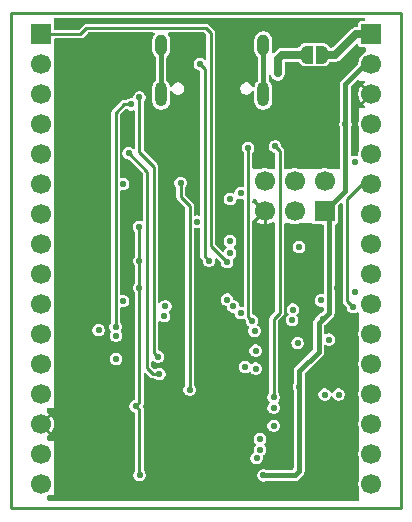
<source format=gbr>
%TF.GenerationSoftware,KiCad,Pcbnew,9.0.0*%
%TF.CreationDate,2025-09-12T19:21:47+01:00*%
%TF.ProjectId,OE PyBoard,4f452050-7942-46f6-9172-642e6b696361,rev?*%
%TF.SameCoordinates,Original*%
%TF.FileFunction,Copper,L4,Bot*%
%TF.FilePolarity,Positive*%
%FSLAX46Y46*%
G04 Gerber Fmt 4.6, Leading zero omitted, Abs format (unit mm)*
G04 Created by KiCad (PCBNEW 9.0.0) date 2025-09-12 19:21:47*
%MOMM*%
%LPD*%
G01*
G04 APERTURE LIST*
G04 Aperture macros list*
%AMFreePoly0*
4,1,23,0.500000,-0.750000,0.000000,-0.750000,0.000000,-0.745722,-0.065263,-0.745722,-0.191342,-0.711940,-0.304381,-0.646677,-0.396677,-0.554381,-0.461940,-0.441342,-0.495722,-0.315263,-0.495722,-0.250000,-0.500000,-0.250000,-0.500000,0.250000,-0.495722,0.250000,-0.495722,0.315263,-0.461940,0.441342,-0.396677,0.554381,-0.304381,0.646677,-0.191342,0.711940,-0.065263,0.745722,0.000000,0.745722,
0.000000,0.750000,0.500000,0.750000,0.500000,-0.750000,0.500000,-0.750000,$1*%
%AMFreePoly1*
4,1,23,0.000000,0.745722,0.065263,0.745722,0.191342,0.711940,0.304381,0.646677,0.396677,0.554381,0.461940,0.441342,0.495722,0.315263,0.495722,0.250000,0.500000,0.250000,0.500000,-0.250000,0.495722,-0.250000,0.495722,-0.315263,0.461940,-0.441342,0.396677,-0.554381,0.304381,-0.646677,0.191342,-0.711940,0.065263,-0.745722,0.000000,-0.745722,0.000000,-0.750000,-0.500000,-0.750000,
-0.500000,0.750000,0.000000,0.750000,0.000000,0.745722,0.000000,0.745722,$1*%
G04 Aperture macros list end*
%TA.AperFunction,HeatsinkPad*%
%ADD10O,1.000000X2.100000*%
%TD*%
%TA.AperFunction,HeatsinkPad*%
%ADD11O,1.000000X1.800000*%
%TD*%
%TA.AperFunction,ComponentPad*%
%ADD12R,1.700000X1.700000*%
%TD*%
%TA.AperFunction,ComponentPad*%
%ADD13C,1.700000*%
%TD*%
%TA.AperFunction,SMDPad,CuDef*%
%ADD14FreePoly0,0.000000*%
%TD*%
%TA.AperFunction,SMDPad,CuDef*%
%ADD15FreePoly1,0.000000*%
%TD*%
%TA.AperFunction,ViaPad*%
%ADD16C,0.550000*%
%TD*%
%TA.AperFunction,Conductor*%
%ADD17C,0.220000*%
%TD*%
%TA.AperFunction,Conductor*%
%ADD18C,0.230000*%
%TD*%
%TA.AperFunction,Conductor*%
%ADD19C,0.700000*%
%TD*%
%TA.AperFunction,Conductor*%
%ADD20C,0.250000*%
%TD*%
%TA.AperFunction,Conductor*%
%ADD21C,0.450000*%
%TD*%
%TA.AperFunction,Conductor*%
%ADD22C,0.400000*%
%TD*%
%TA.AperFunction,Profile*%
%ADD23C,0.230000*%
%TD*%
G04 APERTURE END LIST*
D10*
%TO.P,J3,S1,SHIELD*%
%TO.N,Net-(J3-SHIELD)*%
X146814000Y-101111000D03*
D11*
X146814000Y-96931000D03*
D10*
X138174000Y-101111000D03*
D11*
X138174000Y-96931000D03*
%TD*%
D12*
%TO.P,J6,1,Pin_1*%
%TO.N,/PC6-Y1*%
X128016000Y-96012000D03*
D13*
%TO.P,J6,2,Pin_2*%
%TO.N,/PC7-Y2*%
X128016000Y-98552000D03*
%TO.P,J6,3,Pin_3*%
%TO.N,/PB8-Y3*%
X128016000Y-101092000D03*
%TO.P,J6,4,Pin_4*%
%TO.N,/PB9-Y4*%
X128016000Y-103632000D03*
%TO.P,J6,5,Pin_5*%
%TO.N,/PB12-Y5*%
X128016000Y-106172000D03*
%TO.P,J6,6,Pin_6*%
%TO.N,/PB13-Y6*%
X128016000Y-108712000D03*
%TO.P,J6,7,Pin_7*%
%TO.N,/PB14-Y7*%
X128016000Y-111252000D03*
%TO.P,J6,8,Pin_8*%
%TO.N,/PB15-Y8*%
X128016000Y-113792000D03*
%TO.P,J6,9,Pin_9*%
%TO.N,/PB6-SCL-X9*%
X128016000Y-116332000D03*
%TO.P,J6,10,Pin_10*%
%TO.N,/PB7-SDA-X10*%
X128016000Y-118872000D03*
%TO.P,J6,11,Pin_11*%
%TO.N,/PC4-X11*%
X128016000Y-121412000D03*
%TO.P,J6,12,Pin_12*%
%TO.N,/PC5-X12*%
X128016000Y-123952000D03*
%TO.P,J6,13,Pin_13*%
%TO.N,/RST-SW*%
X128016000Y-126492000D03*
%TO.P,J6,14,Pin_14*%
%TO.N,GND*%
X128016000Y-129032000D03*
%TO.P,J6,15,Pin_15*%
%TO.N,+3V3*%
X128016000Y-131572000D03*
%TO.P,J6,16,Pin_16*%
%TO.N,V+*%
X128016000Y-134112000D03*
%TD*%
D12*
%TO.P,J4,1,Pin_1*%
%TO.N,+3V3*%
X152004000Y-111018000D03*
D13*
%TO.P,J4,2,Pin_2*%
%TO.N,/PA14-JTCK*%
X152004000Y-108478000D03*
%TO.P,J4,3,Pin_3*%
%TO.N,/PB4-NJTRST*%
X149464000Y-111018000D03*
%TO.P,J4,4,Pin_4*%
%TO.N,/PB6-JTDO*%
X149464000Y-108478000D03*
%TO.P,J4,5,Pin_5*%
%TO.N,GND*%
X146924000Y-111018000D03*
%TO.P,J4,6,Pin_6*%
%TO.N,/PA15-JTDI*%
X146924000Y-108478000D03*
%TD*%
D12*
%TO.P,J7,1,Pin_1*%
%TO.N,V+*%
X155956000Y-96012000D03*
D13*
%TO.P,J7,2,Pin_2*%
%TO.N,+3V3*%
X155956000Y-98552000D03*
%TO.P,J7,3,Pin_3*%
%TO.N,GND*%
X155956000Y-101092000D03*
%TO.P,J7,4,Pin_4*%
%TO.N,/RST-SW*%
X155956000Y-103632000D03*
%TO.P,J7,5,Pin_5*%
%TO.N,/PB1-Y12*%
X155956000Y-106172000D03*
%TO.P,J7,6,Pin_6*%
%TO.N,/PB0-Y11*%
X155956000Y-108712000D03*
%TO.P,J7,7,Pin_7*%
%TO.N,/PB11-Y10*%
X155956000Y-111252000D03*
%TO.P,J7,8,Pin_8*%
%TO.N,/PB10-Y9*%
X155956000Y-113792000D03*
%TO.P,J7,9,Pin_9*%
%TO.N,/PA7-X8*%
X155956000Y-116332000D03*
%TO.P,J7,10,Pin_10*%
%TO.N,/PA6-X7*%
X155956000Y-118872000D03*
%TO.P,J7,11,Pin_11*%
%TO.N,/PA5-X6*%
X155956000Y-121412000D03*
%TO.P,J7,12,Pin_12*%
%TO.N,/PA4-X5*%
X155956000Y-123952000D03*
%TO.P,J7,13,Pin_13*%
%TO.N,/PA3-X4*%
X155956000Y-126492000D03*
%TO.P,J7,14,Pin_14*%
%TO.N,/PA2-X3*%
X155956000Y-129032000D03*
%TO.P,J7,15,Pin_15*%
%TO.N,/PA1-X2*%
X155956000Y-131572000D03*
%TO.P,J7,16,Pin_16*%
%TO.N,/PA0-X1*%
X155956000Y-134112000D03*
%TD*%
D14*
%TO.P,JP2,1,A*%
%TO.N,VBUS*%
X150480000Y-97739200D03*
D15*
%TO.P,JP2,2,B*%
%TO.N,V+*%
X151780000Y-97739200D03*
%TD*%
D16*
%TO.N,/PB12-Y5*%
X144018000Y-109980000D03*
%TO.N,/PB14-Y7*%
X144018000Y-114552000D03*
%TO.N,/PB1-Y12*%
X145542000Y-105664000D03*
X145871000Y-120267000D03*
%TO.N,/PB9-Y4*%
X135424000Y-106085000D03*
X138023600Y-124788025D03*
%TO.N,/PA0-X1*%
X146255481Y-131902481D03*
%TO.N,/PB13-Y6*%
X144018000Y-113536000D03*
%TO.N,/PB7-SDA-X10*%
X134366000Y-123507000D03*
%TO.N,/PB11-Y10*%
X154559000Y-117856000D03*
X149315961Y-119320493D03*
%TO.N,/PA1-X2*%
X146558000Y-131189000D03*
%TO.N,/PA4-X5*%
X146177000Y-124331000D03*
%TO.N,/PC4-X11*%
X146177000Y-122807000D03*
%TO.N,/PC6-Y1*%
X143764000Y-115314000D03*
%TO.N,/PB15-Y8*%
X143764000Y-118489000D03*
%TO.N,/PA2-X3*%
X146558000Y-130300000D03*
%TO.N,/PB0-Y11*%
X154432000Y-119126000D03*
X146081750Y-121124250D03*
%TO.N,/VDDA*%
X147828000Y-105509000D03*
X147701000Y-126746000D03*
%TO.N,/PB6-SCL-X9*%
X132885431Y-121061573D03*
%TO.N,/PC5-X12*%
X145288000Y-124206000D03*
%TO.N,/RST-SW*%
X154555563Y-106807000D03*
X139827000Y-108585000D03*
X140589000Y-126111000D03*
X134945832Y-108712000D03*
%TO.N,/PB8-Y3*%
X136339022Y-101364106D03*
X137922000Y-123317000D03*
%TO.N,/PC7-Y2*%
X141478000Y-98552000D03*
X142240000Y-115187000D03*
%TO.N,/PB10-Y9*%
X149273885Y-120228716D03*
X149860000Y-114046000D03*
%TO.N,GND*%
X131706510Y-121062966D03*
X141478000Y-96647000D03*
X143154400Y-105714800D03*
X146304000Y-125424534D03*
X139573000Y-123317000D03*
X129540000Y-112014000D03*
X151700000Y-115500000D03*
X135255000Y-107569000D03*
X149299234Y-112839991D03*
X137464800Y-130911600D03*
X154500000Y-127600000D03*
X147370800Y-134518400D03*
X139827000Y-103124000D03*
X130246000Y-128250000D03*
X149961600Y-102717600D03*
X143245446Y-107500000D03*
X131064000Y-95123000D03*
X129540000Y-104902000D03*
X146750000Y-129350000D03*
X144720638Y-108710383D03*
X145034000Y-120904000D03*
X151275000Y-126925000D03*
X139827000Y-121158000D03*
X146177000Y-118872000D03*
X132715000Y-113030000D03*
X140843000Y-107823000D03*
X153162000Y-112649000D03*
X152908000Y-107061000D03*
X151393912Y-104421942D03*
X143637000Y-111887000D03*
X141224000Y-110871000D03*
X136246000Y-111000000D03*
X129540000Y-117983000D03*
X131815548Y-124458000D03*
X150786342Y-125711342D03*
X146685000Y-103251000D03*
X134061200Y-96875600D03*
X154482800Y-123342400D03*
X153100000Y-117500400D03*
X142748000Y-125730000D03*
X135636000Y-114427000D03*
X138430000Y-107315000D03*
X154635200Y-130454400D03*
X138823797Y-130940660D03*
X139176000Y-110570799D03*
X135255000Y-116459000D03*
X143459200Y-98602800D03*
X150774681Y-122263533D03*
X154482800Y-125577600D03*
X130200400Y-134569200D03*
X148996000Y-100000000D03*
X131246000Y-130000000D03*
X135001000Y-119634000D03*
X144256583Y-95235447D03*
X134747000Y-100584000D03*
X129794000Y-125250000D03*
X142544800Y-132559777D03*
X146685000Y-128397000D03*
X134493000Y-125222000D03*
X149199600Y-95402400D03*
X129667000Y-102362000D03*
X130200400Y-132232400D03*
X144907000Y-132588000D03*
X132080000Y-107950000D03*
X141986000Y-129284000D03*
X139827000Y-105410000D03*
X138303000Y-125730000D03*
X132080000Y-100584000D03*
X130048000Y-114681000D03*
X137033000Y-128522000D03*
X129590800Y-97688400D03*
X139649200Y-134366000D03*
X154432000Y-134620000D03*
X135685803Y-102980065D03*
X141478000Y-120777000D03*
%TO.N,+3V3*%
X136017000Y-127506000D03*
X136294720Y-112312720D03*
X149860000Y-125855000D03*
X134945832Y-118616000D03*
X151842000Y-120142000D03*
X136347200Y-133348000D03*
X153771600Y-103632000D03*
X141224000Y-111885000D03*
X136334500Y-117475000D03*
X146825000Y-133361000D03*
X136334500Y-115187000D03*
%TO.N,VBUS*%
X147965742Y-98615491D03*
X148049066Y-99334043D03*
%TO.N,/PA14-JTCK*%
X144275617Y-119049000D03*
X138526000Y-119049000D03*
X147701000Y-127635000D03*
X144907000Y-109474000D03*
%TO.N,/PB6-JTDO*%
X147701000Y-129159000D03*
%TO.N,/PB4-NJTRST*%
X152389999Y-121869757D03*
X149733000Y-122174000D03*
X153200000Y-126525000D03*
X134366000Y-121537000D03*
%TO.N,/PA15-JTDI*%
X152019000Y-126525000D03*
X144907000Y-119634000D03*
X151689988Y-118547201D03*
X138430000Y-119888000D03*
%TO.N,/PB3-SW1*%
X134316000Y-120788666D03*
X135636000Y-101949106D03*
%TD*%
D17*
%TO.N,/PB1-Y12*%
X145542000Y-105664000D02*
X145542000Y-119938000D01*
X145542000Y-119938000D02*
X145871000Y-120267000D01*
%TO.N,/PB9-Y4*%
X137490025Y-124788025D02*
X136993000Y-124291000D01*
X138023600Y-124788025D02*
X137490025Y-124788025D01*
X136993000Y-107654000D02*
X135424000Y-106085000D01*
X136993000Y-124291000D02*
X136993000Y-107654000D01*
%TO.N,/PC6-Y1*%
X142367000Y-113917000D02*
X142367000Y-95885000D01*
X131824000Y-95504000D02*
X131318000Y-96010000D01*
X141986000Y-95504000D02*
X131824000Y-95504000D01*
X142367000Y-95885000D02*
X141986000Y-95504000D01*
X143764000Y-115314000D02*
X142367000Y-113917000D01*
X131318000Y-96010000D02*
X128016000Y-96010000D01*
D18*
%TO.N,/PB0-Y11*%
X153902531Y-110003469D02*
X155196000Y-108710000D01*
X153902531Y-118596531D02*
X153902531Y-110003469D01*
X155196000Y-108710000D02*
X155956000Y-108710000D01*
X154432000Y-119126000D02*
X153902531Y-118596531D01*
%TO.N,/VDDA*%
X148209000Y-105890000D02*
X148209000Y-119591653D01*
X147828000Y-105509000D02*
X148209000Y-105890000D01*
X148209000Y-119591653D02*
X147701000Y-120099653D01*
X147701000Y-120099653D02*
X147701000Y-126746000D01*
D17*
%TO.N,/RST-SW*%
X140589000Y-110538000D02*
X140589000Y-126111000D01*
X139827000Y-109776000D02*
X140589000Y-110538000D01*
X139827000Y-108585000D02*
X139827000Y-109776000D01*
%TO.N,/PB8-Y3*%
X137569063Y-107228871D02*
X137569063Y-122964063D01*
X136339022Y-105998830D02*
X137569063Y-107228871D01*
X137569063Y-122964063D02*
X137922000Y-123317000D01*
X136339022Y-101364106D02*
X136339022Y-105998830D01*
%TO.N,/PC7-Y2*%
X141859000Y-114806000D02*
X142240000Y-115187000D01*
X141478000Y-98552000D02*
X141859000Y-98933000D01*
X141859000Y-98933000D02*
X141859000Y-114806000D01*
D18*
%TO.N,GND*%
X146924000Y-111018000D02*
X146924000Y-112761000D01*
X146924000Y-112761000D02*
X146939000Y-112776000D01*
D19*
%TO.N,V+*%
X151780000Y-97739200D02*
X152931974Y-97739200D01*
X154659174Y-96012000D02*
X155956000Y-96012000D01*
X152931974Y-97739200D02*
X154659174Y-96012000D01*
D20*
%TO.N,+3V3*%
X136334500Y-127823500D02*
X136017000Y-127506000D01*
D21*
X151496000Y-120488000D02*
X151496000Y-122885500D01*
D20*
X136347200Y-133348000D02*
X136334500Y-133335300D01*
D21*
X149860000Y-132967000D02*
X149466000Y-133361000D01*
X152004000Y-111018000D02*
X153771600Y-109250400D01*
X153771600Y-109250400D02*
X153771600Y-100228400D01*
X149466000Y-133361000D02*
X146825000Y-133361000D01*
X149860000Y-126236000D02*
X149860000Y-132967000D01*
D20*
X136017000Y-127506000D02*
X136334500Y-127188500D01*
D21*
X151842000Y-120142000D02*
X152400000Y-119584000D01*
X152400000Y-119584000D02*
X152400000Y-111414000D01*
X153771600Y-100228400D02*
X155450000Y-98550000D01*
X151842000Y-120142000D02*
X151496000Y-120488000D01*
D17*
X136294720Y-115147220D02*
X136334500Y-115187000D01*
X136294720Y-112312720D02*
X136294720Y-115147220D01*
D21*
X155450000Y-98550000D02*
X155956000Y-98550000D01*
X149860000Y-124521500D02*
X149860000Y-126236000D01*
D20*
X136334500Y-133335300D02*
X136334500Y-127823500D01*
D21*
X151496000Y-122885500D02*
X149860000Y-124521500D01*
D20*
X136334500Y-127188500D02*
X136334500Y-115187000D01*
D21*
X149860000Y-125855000D02*
X149860000Y-126236000D01*
D19*
%TO.N,VBUS*%
X148049066Y-99334043D02*
X148049066Y-98132281D01*
X148049066Y-98132281D02*
X148442147Y-97739200D01*
X148442147Y-97739200D02*
X150480000Y-97739200D01*
D22*
%TO.N,Net-(J3-SHIELD)*%
X146814000Y-101111000D02*
X146814000Y-96931000D01*
X138174000Y-101111000D02*
X138174000Y-96931000D01*
D17*
%TO.N,/PB3-SW1*%
X135636000Y-101949106D02*
X135032894Y-101949106D01*
X134316000Y-102666000D02*
X134316000Y-120788666D01*
X135032894Y-101949106D02*
X134316000Y-102666000D01*
%TD*%
%TA.AperFunction,Conductor*%
%TO.N,GND*%
G36*
X155405992Y-94633817D02*
G01*
X155445588Y-94688317D01*
X155450915Y-94720646D01*
X155451915Y-94801146D01*
X155431895Y-94865468D01*
X155377891Y-94905739D01*
X155342923Y-94911500D01*
X155081326Y-94911500D01*
X155008260Y-94926034D01*
X154925399Y-94981399D01*
X154870034Y-95064260D01*
X154855500Y-95137326D01*
X154855500Y-95137327D01*
X154855500Y-95137329D01*
X154855500Y-95302500D01*
X154850165Y-95318919D01*
X154850165Y-95336183D01*
X154840017Y-95350149D01*
X154834683Y-95366569D01*
X154820716Y-95376716D01*
X154810569Y-95390683D01*
X154794149Y-95396017D01*
X154780183Y-95406165D01*
X154746500Y-95411500D01*
X154744924Y-95411500D01*
X154744908Y-95411499D01*
X154738232Y-95411499D01*
X154580117Y-95411499D01*
X154580115Y-95411499D01*
X154427389Y-95452423D01*
X154290460Y-95531478D01*
X152715164Y-97106775D01*
X152707327Y-97110767D01*
X152702158Y-97117883D01*
X152677882Y-97125770D01*
X152655140Y-97137358D01*
X152638089Y-97138700D01*
X152512946Y-97138700D01*
X152448877Y-97117883D01*
X152418549Y-97084200D01*
X152401369Y-97054443D01*
X152360765Y-97001527D01*
X152267673Y-96908435D01*
X152267671Y-96908433D01*
X152214760Y-96867832D01*
X152100747Y-96802007D01*
X152100745Y-96802006D01*
X152100743Y-96802005D01*
X152039123Y-96776481D01*
X151911956Y-96742406D01*
X151911951Y-96742405D01*
X151911953Y-96742405D01*
X151880279Y-96738235D01*
X151845826Y-96733700D01*
X151280000Y-96733700D01*
X151182224Y-96753149D01*
X151182219Y-96753150D01*
X151172305Y-96757257D01*
X151170630Y-96753213D01*
X151125607Y-96765861D01*
X151089051Y-96753983D01*
X151087695Y-96757257D01*
X151077780Y-96753150D01*
X151077776Y-96753149D01*
X150980000Y-96733700D01*
X150414174Y-96733700D01*
X150379720Y-96738235D01*
X150348047Y-96742405D01*
X150220877Y-96776481D01*
X150159252Y-96802007D01*
X150045239Y-96867832D01*
X149992328Y-96908433D01*
X149899233Y-97001528D01*
X149858633Y-97054439D01*
X149841451Y-97084200D01*
X149791389Y-97129276D01*
X149747054Y-97138700D01*
X148363088Y-97138700D01*
X148322166Y-97149664D01*
X148322166Y-97149665D01*
X148266264Y-97164644D01*
X148210362Y-97179623D01*
X148073430Y-97258679D01*
X147961626Y-97370483D01*
X147961627Y-97370484D01*
X147961625Y-97370486D01*
X147961624Y-97370486D01*
X147728522Y-97603587D01*
X147668499Y-97634170D01*
X147601963Y-97623632D01*
X147554328Y-97575997D01*
X147543790Y-97509460D01*
X147544543Y-97505247D01*
X147564499Y-97404923D01*
X147564500Y-97404915D01*
X147564500Y-96457085D01*
X147564500Y-96457082D01*
X147535658Y-96312087D01*
X147479084Y-96175505D01*
X147396951Y-96052584D01*
X147292416Y-95948049D01*
X147280096Y-95939817D01*
X147169496Y-95865916D01*
X147169491Y-95865914D01*
X147032915Y-95809343D01*
X147032916Y-95809343D01*
X147032913Y-95809342D01*
X146887918Y-95780500D01*
X146740082Y-95780500D01*
X146595087Y-95809342D01*
X146595085Y-95809342D01*
X146595084Y-95809343D01*
X146458508Y-95865914D01*
X146458503Y-95865916D01*
X146335586Y-95948047D01*
X146231047Y-96052586D01*
X146148916Y-96175503D01*
X146148914Y-96175508D01*
X146092343Y-96312084D01*
X146092342Y-96312087D01*
X146063500Y-96457082D01*
X146063500Y-97404918D01*
X146092342Y-97549913D01*
X146092343Y-97549915D01*
X146148914Y-97686491D01*
X146148916Y-97686496D01*
X146166348Y-97712584D01*
X146231049Y-97809416D01*
X146331576Y-97909943D01*
X146362158Y-97969965D01*
X146363500Y-97987016D01*
X146363500Y-99904984D01*
X146342683Y-99969053D01*
X146331580Y-99982052D01*
X146268772Y-100044861D01*
X146231047Y-100082586D01*
X146148916Y-100205503D01*
X146148914Y-100205508D01*
X146092343Y-100342084D01*
X146092339Y-100342096D01*
X146082626Y-100390928D01*
X146049710Y-100449704D01*
X145988532Y-100477907D01*
X145922461Y-100464764D01*
X145876733Y-100415295D01*
X145875019Y-100411376D01*
X145873689Y-100408167D01*
X145873688Y-100408166D01*
X145873688Y-100408164D01*
X145804505Y-100288335D01*
X145706665Y-100190495D01*
X145706662Y-100190493D01*
X145586835Y-100121311D01*
X145453183Y-100085500D01*
X145314817Y-100085500D01*
X145181164Y-100121311D01*
X145061337Y-100190493D01*
X144963493Y-100288337D01*
X144894311Y-100408164D01*
X144858500Y-100541817D01*
X144858500Y-100680182D01*
X144894311Y-100813835D01*
X144963493Y-100933662D01*
X144963495Y-100933665D01*
X145061335Y-101031505D01*
X145181164Y-101100688D01*
X145314817Y-101136500D01*
X145453183Y-101136500D01*
X145586836Y-101100688D01*
X145706665Y-101031505D01*
X145804505Y-100933665D01*
X145860103Y-100837365D01*
X145910165Y-100792289D01*
X145977162Y-100785247D01*
X146035502Y-100818929D01*
X146062903Y-100880471D01*
X146063500Y-100891865D01*
X146063500Y-101734918D01*
X146092342Y-101879913D01*
X146092343Y-101879915D01*
X146148914Y-102016491D01*
X146148916Y-102016496D01*
X146161495Y-102035321D01*
X146231049Y-102139416D01*
X146335584Y-102243951D01*
X146397044Y-102285017D01*
X146458503Y-102326083D01*
X146458504Y-102326083D01*
X146458505Y-102326084D01*
X146595087Y-102382658D01*
X146740082Y-102411500D01*
X146740086Y-102411500D01*
X146887914Y-102411500D01*
X146887918Y-102411500D01*
X147032913Y-102382658D01*
X147169495Y-102326084D01*
X147292416Y-102243951D01*
X147396951Y-102139416D01*
X147479084Y-102016495D01*
X147535658Y-101879913D01*
X147564500Y-101734918D01*
X147564500Y-100487082D01*
X147535658Y-100342087D01*
X147479084Y-100205505D01*
X147469053Y-100190493D01*
X147396952Y-100082586D01*
X147396951Y-100082584D01*
X147296423Y-99982056D01*
X147265842Y-99922035D01*
X147264500Y-99904984D01*
X147264500Y-99554093D01*
X147285317Y-99490024D01*
X147339817Y-99450428D01*
X147407183Y-99450428D01*
X147461683Y-99490024D01*
X147478786Y-99525882D01*
X147489488Y-99565826D01*
X147489489Y-99565827D01*
X147568546Y-99702759D01*
X147680350Y-99814563D01*
X147817282Y-99893620D01*
X147970009Y-99934543D01*
X148128123Y-99934543D01*
X148280850Y-99893620D01*
X148417782Y-99814563D01*
X148529586Y-99702759D01*
X148608643Y-99565827D01*
X148649566Y-99413100D01*
X148649566Y-98448700D01*
X148670383Y-98384631D01*
X148724883Y-98345035D01*
X148758566Y-98339700D01*
X149747054Y-98339700D01*
X149811123Y-98360517D01*
X149841450Y-98394199D01*
X149858631Y-98423957D01*
X149858633Y-98423960D01*
X149899233Y-98476871D01*
X149992328Y-98569966D01*
X150045239Y-98610567D01*
X150063625Y-98621182D01*
X150159257Y-98676395D01*
X150220877Y-98701919D01*
X150348044Y-98735994D01*
X150414174Y-98744700D01*
X150414179Y-98744700D01*
X150979996Y-98744700D01*
X150980000Y-98744700D01*
X151077776Y-98725251D01*
X151077778Y-98725249D01*
X151077781Y-98725249D01*
X151087698Y-98721142D01*
X151089381Y-98725207D01*
X151134182Y-98712529D01*
X151170924Y-98724467D01*
X151172302Y-98721142D01*
X151182218Y-98725249D01*
X151182222Y-98725249D01*
X151182224Y-98725251D01*
X151280000Y-98744700D01*
X151280003Y-98744700D01*
X151845821Y-98744700D01*
X151845826Y-98744700D01*
X151911956Y-98735994D01*
X152039123Y-98701919D01*
X152100743Y-98676395D01*
X152214757Y-98610569D01*
X152267673Y-98569965D01*
X152360765Y-98476873D01*
X152401369Y-98423957D01*
X152418549Y-98394199D01*
X152468611Y-98349124D01*
X152512946Y-98339700D01*
X152846225Y-98339700D01*
X152846241Y-98339701D01*
X152852917Y-98339701D01*
X153011029Y-98339701D01*
X153011031Y-98339701D01*
X153163759Y-98298777D01*
X153213873Y-98269842D01*
X153213877Y-98269840D01*
X153239668Y-98254949D01*
X153300690Y-98219720D01*
X153412494Y-98107916D01*
X153412494Y-98107914D01*
X153421463Y-98098946D01*
X153421466Y-98098941D01*
X154674511Y-96845897D01*
X154734534Y-96815315D01*
X154801070Y-96825853D01*
X154848705Y-96873488D01*
X154858490Y-96901708D01*
X154868937Y-96954225D01*
X154870034Y-96959740D01*
X154925399Y-97042601D01*
X155008260Y-97097966D01*
X155081326Y-97112500D01*
X155081330Y-97112500D01*
X155372972Y-97112500D01*
X155437041Y-97133317D01*
X155476637Y-97187817D01*
X155481964Y-97220146D01*
X155485298Y-97488560D01*
X155465278Y-97552882D01*
X155425793Y-97587033D01*
X155379211Y-97610768D01*
X155239074Y-97712584D01*
X155116584Y-97835074D01*
X155014765Y-97975216D01*
X155014763Y-97975219D01*
X155011329Y-97981959D01*
X155011284Y-97982048D01*
X154980738Y-98042000D01*
X154940000Y-98042000D01*
X154940000Y-98121953D01*
X154936127Y-98129555D01*
X154932205Y-98141623D01*
X154932203Y-98141629D01*
X154882598Y-98294294D01*
X154859788Y-98438312D01*
X154829205Y-98498335D01*
X153479636Y-99847905D01*
X153391103Y-99936437D01*
X153328505Y-100044861D01*
X153296100Y-100165797D01*
X153296100Y-103375383D01*
X153283577Y-103422124D01*
X153284645Y-103422567D01*
X153281911Y-103429166D01*
X153246100Y-103562817D01*
X153246100Y-103701182D01*
X153281912Y-103834836D01*
X153284646Y-103841437D01*
X153283575Y-103841880D01*
X153296100Y-103888616D01*
X153296100Y-107333000D01*
X153275283Y-107397069D01*
X153220783Y-107436665D01*
X153187100Y-107442000D01*
X152394076Y-107442000D01*
X152360393Y-107436665D01*
X152261704Y-107404598D01*
X152261705Y-107404598D01*
X152090612Y-107377500D01*
X152090611Y-107377500D01*
X151917389Y-107377500D01*
X151917387Y-107377500D01*
X151746295Y-107404598D01*
X151647607Y-107436665D01*
X151613924Y-107442000D01*
X149854076Y-107442000D01*
X149820393Y-107436665D01*
X149721704Y-107404598D01*
X149721705Y-107404598D01*
X149550612Y-107377500D01*
X149550611Y-107377500D01*
X149377389Y-107377500D01*
X149377387Y-107377500D01*
X149206295Y-107404598D01*
X149107607Y-107436665D01*
X149073924Y-107442000D01*
X148683500Y-107442000D01*
X148619431Y-107421183D01*
X148579835Y-107366683D01*
X148574500Y-107333000D01*
X148574500Y-105841883D01*
X148574499Y-105841877D01*
X148557253Y-105777516D01*
X148557243Y-105777478D01*
X148549592Y-105748922D01*
X148501473Y-105665577D01*
X148469099Y-105633203D01*
X148385425Y-105549528D01*
X148354842Y-105489505D01*
X148353500Y-105472454D01*
X148353500Y-105439817D01*
X148317688Y-105306164D01*
X148248506Y-105186337D01*
X148248505Y-105186335D01*
X148150665Y-105088495D01*
X148150662Y-105088493D01*
X148030835Y-105019311D01*
X147897183Y-104983500D01*
X147758817Y-104983500D01*
X147625164Y-105019311D01*
X147505337Y-105088493D01*
X147407493Y-105186337D01*
X147338311Y-105306164D01*
X147328887Y-105341337D01*
X147302500Y-105439817D01*
X147302500Y-105578183D01*
X147307090Y-105595312D01*
X147338311Y-105711835D01*
X147407493Y-105831662D01*
X147407495Y-105831665D01*
X147505335Y-105929505D01*
X147625164Y-105998688D01*
X147758817Y-106034500D01*
X147758818Y-106034500D01*
X147762711Y-106035543D01*
X147819209Y-106072233D01*
X147843351Y-106135124D01*
X147843500Y-106140829D01*
X147843500Y-107333000D01*
X147822683Y-107397069D01*
X147768183Y-107436665D01*
X147734500Y-107442000D01*
X147314076Y-107442000D01*
X147280393Y-107436665D01*
X147181704Y-107404598D01*
X147181705Y-107404598D01*
X147010612Y-107377500D01*
X147010611Y-107377500D01*
X146837389Y-107377500D01*
X146837387Y-107377500D01*
X146666295Y-107404598D01*
X146567607Y-107436665D01*
X146533924Y-107442000D01*
X146011500Y-107442000D01*
X145947431Y-107421183D01*
X145907835Y-107366683D01*
X145902500Y-107333000D01*
X145902500Y-106091819D01*
X145923317Y-106027750D01*
X145934419Y-106014750D01*
X145962505Y-105986665D01*
X146031688Y-105866836D01*
X146067500Y-105733183D01*
X146067500Y-105594817D01*
X146031688Y-105461164D01*
X145962505Y-105341335D01*
X145864665Y-105243495D01*
X145864662Y-105243493D01*
X145744835Y-105174311D01*
X145611183Y-105138500D01*
X145472817Y-105138500D01*
X145339164Y-105174311D01*
X145219337Y-105243493D01*
X145121493Y-105341337D01*
X145052311Y-105461164D01*
X145028635Y-105549528D01*
X145016500Y-105594817D01*
X145016500Y-105733183D01*
X145018850Y-105741953D01*
X145052311Y-105866835D01*
X145088494Y-105929506D01*
X145121495Y-105986665D01*
X145149576Y-106014746D01*
X145180158Y-106074768D01*
X145181500Y-106091819D01*
X145181500Y-108861462D01*
X145160683Y-108925531D01*
X145106183Y-108965127D01*
X145044290Y-108966748D01*
X144976184Y-108948500D01*
X144976183Y-108948500D01*
X144837817Y-108948500D01*
X144704164Y-108984311D01*
X144584337Y-109053493D01*
X144486493Y-109151337D01*
X144417311Y-109271164D01*
X144381499Y-109404818D01*
X144380982Y-109408749D01*
X144379760Y-109411309D01*
X144379651Y-109411718D01*
X144379575Y-109411697D01*
X144351977Y-109469551D01*
X144292774Y-109501693D01*
X144225985Y-109492897D01*
X144221944Y-109490770D01*
X144220836Y-109490312D01*
X144087183Y-109454500D01*
X143948817Y-109454500D01*
X143815164Y-109490311D01*
X143695337Y-109559493D01*
X143597493Y-109657337D01*
X143528311Y-109777164D01*
X143513417Y-109832752D01*
X143492500Y-109910817D01*
X143492500Y-110049183D01*
X143502095Y-110084994D01*
X143528311Y-110182835D01*
X143597493Y-110302662D01*
X143597495Y-110302665D01*
X143695335Y-110400505D01*
X143815164Y-110469688D01*
X143948817Y-110505500D01*
X144087183Y-110505500D01*
X144220836Y-110469688D01*
X144340665Y-110400505D01*
X144438505Y-110302665D01*
X144507688Y-110182836D01*
X144543500Y-110049183D01*
X144543500Y-110049175D01*
X144544016Y-110045261D01*
X144545236Y-110042701D01*
X144545349Y-110042282D01*
X144545426Y-110042302D01*
X144573014Y-109984456D01*
X144632214Y-109952308D01*
X144699004Y-109961098D01*
X144703051Y-109963227D01*
X144704160Y-109963685D01*
X144704164Y-109963688D01*
X144837817Y-109999500D01*
X144976183Y-109999500D01*
X145044289Y-109981251D01*
X145111562Y-109984777D01*
X145163915Y-110027171D01*
X145181500Y-110086537D01*
X145181500Y-119021462D01*
X145173977Y-119044615D01*
X145170715Y-119068735D01*
X145163783Y-119075987D01*
X145160683Y-119085531D01*
X145140988Y-119099839D01*
X145124172Y-119117436D01*
X145115354Y-119118463D01*
X145106183Y-119125127D01*
X145057891Y-119129479D01*
X145050999Y-119128546D01*
X144976183Y-119108500D01*
X144902776Y-119108500D01*
X144895508Y-119107517D01*
X144871446Y-119095935D01*
X144846048Y-119087683D01*
X144841609Y-119081573D01*
X144834808Y-119078300D01*
X144822150Y-119054790D01*
X144806452Y-119033183D01*
X144804757Y-119022485D01*
X144802873Y-119018985D01*
X144803485Y-119014454D01*
X144801117Y-118999500D01*
X144801117Y-118979817D01*
X144765305Y-118846164D01*
X144696122Y-118726335D01*
X144598282Y-118628495D01*
X144580748Y-118618372D01*
X144478453Y-118559312D01*
X144370288Y-118530329D01*
X144313791Y-118493639D01*
X144289649Y-118430747D01*
X144289500Y-118425043D01*
X144289500Y-118419817D01*
X144253688Y-118286164D01*
X144184506Y-118166337D01*
X144184505Y-118166335D01*
X144086665Y-118068495D01*
X144024469Y-118032586D01*
X143966835Y-117999311D01*
X143833183Y-117963500D01*
X143694817Y-117963500D01*
X143561164Y-117999311D01*
X143441337Y-118068493D01*
X143343493Y-118166337D01*
X143274311Y-118286164D01*
X143249184Y-118379942D01*
X143238500Y-118419817D01*
X143238500Y-118558183D01*
X143238803Y-118559312D01*
X143274311Y-118691835D01*
X143341680Y-118808522D01*
X143343495Y-118811665D01*
X143441335Y-118909505D01*
X143561164Y-118978688D01*
X143669328Y-119007670D01*
X143725826Y-119044360D01*
X143749968Y-119107251D01*
X143750117Y-119112956D01*
X143750117Y-119118183D01*
X143750192Y-119118463D01*
X143785928Y-119251835D01*
X143837922Y-119341891D01*
X143855112Y-119371665D01*
X143952952Y-119469505D01*
X144046177Y-119523328D01*
X144072781Y-119538688D01*
X144206434Y-119574500D01*
X144272500Y-119574500D01*
X144336569Y-119595317D01*
X144376165Y-119649817D01*
X144381500Y-119683500D01*
X144381500Y-119703183D01*
X144385031Y-119716360D01*
X144417311Y-119836835D01*
X144486493Y-119956662D01*
X144486495Y-119956665D01*
X144584335Y-120054505D01*
X144704164Y-120123688D01*
X144837817Y-120159500D01*
X144976183Y-120159500D01*
X145109836Y-120123688D01*
X145109842Y-120123684D01*
X145116437Y-120120954D01*
X145117232Y-120122873D01*
X145173646Y-120110876D01*
X145235191Y-120138269D01*
X145240830Y-120143725D01*
X145250027Y-120153288D01*
X145253528Y-120159352D01*
X145314337Y-120220161D01*
X145315065Y-120220918D01*
X145329329Y-120250318D01*
X145344158Y-120279422D01*
X145344295Y-120281164D01*
X145344471Y-120281527D01*
X145344368Y-120282099D01*
X145345500Y-120296473D01*
X145345500Y-120336182D01*
X145381311Y-120469835D01*
X145440634Y-120572586D01*
X145450495Y-120589665D01*
X145548335Y-120687505D01*
X145571492Y-120700874D01*
X145588018Y-120710416D01*
X145633094Y-120760479D01*
X145640136Y-120827475D01*
X145627915Y-120859312D01*
X145592062Y-120921411D01*
X145592062Y-120921413D01*
X145556250Y-121055067D01*
X145556250Y-121193432D01*
X145592061Y-121327085D01*
X145632305Y-121396790D01*
X145661245Y-121446915D01*
X145759085Y-121544755D01*
X145878914Y-121613938D01*
X146012567Y-121649750D01*
X146150933Y-121649750D01*
X146284586Y-121613938D01*
X146404415Y-121544755D01*
X146502255Y-121446915D01*
X146571438Y-121327086D01*
X146607250Y-121193433D01*
X146607250Y-121055067D01*
X146571438Y-120921414D01*
X146502255Y-120801585D01*
X146404415Y-120703745D01*
X146404412Y-120703743D01*
X146404411Y-120703742D01*
X146364730Y-120680832D01*
X146319654Y-120630770D01*
X146312613Y-120563773D01*
X146324835Y-120531936D01*
X146360686Y-120469840D01*
X146360686Y-120469839D01*
X146360688Y-120469836D01*
X146396500Y-120336183D01*
X146396500Y-120197817D01*
X146360688Y-120064164D01*
X146291505Y-119944335D01*
X146193665Y-119846495D01*
X146193662Y-119846493D01*
X146073835Y-119777311D01*
X145983289Y-119753050D01*
X145926791Y-119716360D01*
X145902649Y-119653469D01*
X145902500Y-119647764D01*
X145902500Y-111808479D01*
X145923317Y-111744410D01*
X145977817Y-111704814D01*
X146020054Y-111699815D01*
X146062096Y-111703124D01*
X146493269Y-111271950D01*
X146523901Y-111325007D01*
X146616993Y-111418099D01*
X146670045Y-111448729D01*
X146238874Y-111879901D01*
X146347474Y-111958802D01*
X146501751Y-112037411D01*
X146666411Y-112090913D01*
X146837428Y-112118000D01*
X147010572Y-112118000D01*
X147181588Y-112090913D01*
X147346248Y-112037411D01*
X147500529Y-111958801D01*
X147553332Y-111920438D01*
X147617400Y-111899621D01*
X147681469Y-111920438D01*
X147693563Y-111930646D01*
X147726400Y-111962719D01*
X147726400Y-112014000D01*
X147778900Y-112014000D01*
X147810663Y-112045025D01*
X147822800Y-112068169D01*
X147838165Y-112089317D01*
X147840014Y-112100993D01*
X147841950Y-112104684D01*
X147841301Y-112109117D01*
X147843500Y-112123000D01*
X147843500Y-119395108D01*
X147822683Y-119459177D01*
X147811575Y-119472183D01*
X147476578Y-119807180D01*
X147476577Y-119807179D01*
X147408526Y-119875231D01*
X147360407Y-119958575D01*
X147335500Y-120051534D01*
X147335500Y-126323180D01*
X147314683Y-126387249D01*
X147303576Y-126400253D01*
X147280495Y-126423334D01*
X147211311Y-126543164D01*
X147175500Y-126676817D01*
X147175500Y-126815182D01*
X147211311Y-126948835D01*
X147250269Y-127016312D01*
X147280495Y-127068665D01*
X147325257Y-127113427D01*
X147355839Y-127173449D01*
X147345301Y-127239985D01*
X147325258Y-127267571D01*
X147289666Y-127303164D01*
X147280493Y-127312337D01*
X147211311Y-127432164D01*
X147186958Y-127523055D01*
X147175500Y-127565817D01*
X147175500Y-127704183D01*
X147176747Y-127708836D01*
X147211311Y-127837835D01*
X147211312Y-127837836D01*
X147280495Y-127957665D01*
X147378335Y-128055505D01*
X147498164Y-128124688D01*
X147631817Y-128160500D01*
X147770183Y-128160500D01*
X147903836Y-128124688D01*
X148023665Y-128055505D01*
X148121505Y-127957665D01*
X148190688Y-127837836D01*
X148226500Y-127704183D01*
X148226500Y-127565817D01*
X148190688Y-127432164D01*
X148121505Y-127312335D01*
X148076742Y-127267572D01*
X148046161Y-127207551D01*
X148056699Y-127141015D01*
X148076741Y-127113428D01*
X148121505Y-127068665D01*
X148190688Y-126948836D01*
X148226500Y-126815183D01*
X148226500Y-126676817D01*
X148190688Y-126543164D01*
X148121505Y-126423335D01*
X148121504Y-126423334D01*
X148098424Y-126400253D01*
X148067842Y-126340229D01*
X148066500Y-126323180D01*
X148066500Y-122104817D01*
X149207500Y-122104817D01*
X149207500Y-122243183D01*
X149217095Y-122278994D01*
X149243311Y-122376835D01*
X149253947Y-122395257D01*
X149312495Y-122496665D01*
X149410335Y-122594505D01*
X149530164Y-122663688D01*
X149663817Y-122699500D01*
X149802183Y-122699500D01*
X149935836Y-122663688D01*
X150055665Y-122594505D01*
X150153505Y-122496665D01*
X150222688Y-122376836D01*
X150258500Y-122243183D01*
X150258500Y-122104817D01*
X150222688Y-121971164D01*
X150153505Y-121851335D01*
X150055665Y-121753495D01*
X150032007Y-121739836D01*
X149935835Y-121684311D01*
X149802183Y-121648500D01*
X149663817Y-121648500D01*
X149530164Y-121684311D01*
X149410337Y-121753493D01*
X149312493Y-121851337D01*
X149243311Y-121971164D01*
X149216134Y-122072593D01*
X149207500Y-122104817D01*
X148066500Y-122104817D01*
X148066500Y-120296197D01*
X148087317Y-120232128D01*
X148098419Y-120219128D01*
X148158014Y-120159533D01*
X148748385Y-120159533D01*
X148748385Y-120297898D01*
X148784196Y-120431551D01*
X148806300Y-120469836D01*
X148853380Y-120551381D01*
X148951220Y-120649221D01*
X149071049Y-120718404D01*
X149204702Y-120754216D01*
X149343068Y-120754216D01*
X149476721Y-120718404D01*
X149596550Y-120649221D01*
X149694390Y-120551381D01*
X149763573Y-120431552D01*
X149799385Y-120297899D01*
X149799385Y-120159533D01*
X149763573Y-120025880D01*
X149694390Y-119906051D01*
X149661053Y-119872714D01*
X149630472Y-119812693D01*
X149641010Y-119746157D01*
X149661053Y-119718570D01*
X149736466Y-119643158D01*
X149805649Y-119523329D01*
X149841461Y-119389676D01*
X149841461Y-119251310D01*
X149805649Y-119117657D01*
X149736466Y-118997828D01*
X149638626Y-118899988D01*
X149638623Y-118899986D01*
X149518796Y-118830804D01*
X149385144Y-118794993D01*
X149246778Y-118794993D01*
X149113125Y-118830804D01*
X148993298Y-118899986D01*
X148895454Y-118997830D01*
X148826272Y-119117657D01*
X148805500Y-119195182D01*
X148790461Y-119251310D01*
X148790461Y-119389676D01*
X148792500Y-119397285D01*
X148826272Y-119523328D01*
X148895454Y-119643155D01*
X148895456Y-119643158D01*
X148928791Y-119676493D01*
X148959373Y-119736515D01*
X148948835Y-119803051D01*
X148928790Y-119830640D01*
X148853379Y-119906050D01*
X148784196Y-120025880D01*
X148748385Y-120159533D01*
X148158014Y-120159533D01*
X148501472Y-119816076D01*
X148506609Y-119807180D01*
X148549592Y-119732731D01*
X148555304Y-119711414D01*
X148574500Y-119639773D01*
X148574500Y-119543534D01*
X148574500Y-113976817D01*
X149334500Y-113976817D01*
X149334500Y-114115183D01*
X149338871Y-114131495D01*
X149370311Y-114248835D01*
X149439493Y-114368662D01*
X149439495Y-114368665D01*
X149537335Y-114466505D01*
X149657164Y-114535688D01*
X149790817Y-114571500D01*
X149929183Y-114571500D01*
X150062836Y-114535688D01*
X150182665Y-114466505D01*
X150280505Y-114368665D01*
X150349688Y-114248836D01*
X150385500Y-114115183D01*
X150385500Y-113976817D01*
X150349688Y-113843164D01*
X150280505Y-113723335D01*
X150182665Y-113625495D01*
X150182591Y-113625452D01*
X150062835Y-113556311D01*
X149929183Y-113520500D01*
X149790817Y-113520500D01*
X149657164Y-113556311D01*
X149537337Y-113625493D01*
X149439493Y-113723337D01*
X149370311Y-113843164D01*
X149338589Y-113961556D01*
X149334500Y-113976817D01*
X148574500Y-113976817D01*
X148574500Y-112123000D01*
X148595317Y-112058931D01*
X148649817Y-112019335D01*
X148683500Y-112014000D01*
X148968533Y-112014000D01*
X149018016Y-112025879D01*
X149041555Y-112037873D01*
X149123927Y-112064637D01*
X149206295Y-112091401D01*
X149206297Y-112091401D01*
X149206299Y-112091402D01*
X149377389Y-112118500D01*
X149377390Y-112118500D01*
X149550610Y-112118500D01*
X149550611Y-112118500D01*
X149721701Y-112091402D01*
X149886445Y-112037873D01*
X149909983Y-112025879D01*
X149959467Y-112014000D01*
X150893649Y-112014000D01*
X150957718Y-112034817D01*
X150970724Y-112045925D01*
X150973396Y-112048597D01*
X150973399Y-112048601D01*
X151056260Y-112103966D01*
X151129326Y-112118500D01*
X151815500Y-112118500D01*
X151879569Y-112139317D01*
X151919165Y-112193817D01*
X151924500Y-112227500D01*
X151924500Y-117923949D01*
X151903683Y-117988018D01*
X151849183Y-118027614D01*
X151787290Y-118029235D01*
X151759172Y-118021701D01*
X151759171Y-118021701D01*
X151620805Y-118021701D01*
X151487152Y-118057512D01*
X151367325Y-118126694D01*
X151269481Y-118224538D01*
X151200299Y-118344365D01*
X151167200Y-118467898D01*
X151164488Y-118478018D01*
X151164488Y-118616384D01*
X151169828Y-118636312D01*
X151200299Y-118750036D01*
X151269481Y-118869863D01*
X151269483Y-118869866D01*
X151367323Y-118967706D01*
X151487152Y-119036889D01*
X151620805Y-119072701D01*
X151759172Y-119072701D01*
X151773972Y-119068735D01*
X151787288Y-119065167D01*
X151818213Y-119066787D01*
X151849183Y-119066787D01*
X151851589Y-119068535D01*
X151854560Y-119068691D01*
X151878622Y-119088175D01*
X151903683Y-119106383D01*
X151904602Y-119109213D01*
X151906914Y-119111085D01*
X151924500Y-119170452D01*
X151924500Y-119341891D01*
X151903683Y-119405960D01*
X151892574Y-119418966D01*
X151687223Y-119624316D01*
X151645319Y-119648512D01*
X151645761Y-119649579D01*
X151639167Y-119652309D01*
X151519337Y-119721493D01*
X151421493Y-119819337D01*
X151352309Y-119939167D01*
X151349579Y-119945761D01*
X151348512Y-119945319D01*
X151324316Y-119987223D01*
X151204036Y-120107504D01*
X151204036Y-120107505D01*
X151115503Y-120196037D01*
X151052905Y-120304461D01*
X151020500Y-120425397D01*
X151020500Y-122643391D01*
X150999683Y-122707460D01*
X150988575Y-122720466D01*
X149479503Y-124229537D01*
X149416905Y-124337961D01*
X149384500Y-124458897D01*
X149384500Y-125598383D01*
X149371977Y-125645124D01*
X149373045Y-125645567D01*
X149370311Y-125652166D01*
X149344834Y-125747249D01*
X149334500Y-125785817D01*
X149334500Y-125924183D01*
X149364277Y-126035312D01*
X149370312Y-126057836D01*
X149373046Y-126064437D01*
X149371975Y-126064880D01*
X149384500Y-126111616D01*
X149384500Y-132724891D01*
X149381782Y-132733255D01*
X149383158Y-132741942D01*
X149371570Y-132764684D01*
X149363683Y-132788960D01*
X149352575Y-132801966D01*
X149300966Y-132853575D01*
X149240942Y-132884158D01*
X149223891Y-132885500D01*
X147081617Y-132885500D01*
X147034880Y-132872976D01*
X147034437Y-132874046D01*
X147027836Y-132871312D01*
X146894183Y-132835500D01*
X146755817Y-132835500D01*
X146622164Y-132871311D01*
X146502337Y-132940493D01*
X146404493Y-133038337D01*
X146335311Y-133158164D01*
X146299500Y-133291817D01*
X146299500Y-133430182D01*
X146335311Y-133563835D01*
X146404493Y-133683662D01*
X146404495Y-133683665D01*
X146502335Y-133781505D01*
X146622164Y-133850688D01*
X146755817Y-133886500D01*
X146894183Y-133886500D01*
X147027836Y-133850688D01*
X147027842Y-133850684D01*
X147034437Y-133847954D01*
X147034880Y-133849023D01*
X147081617Y-133836500D01*
X149528599Y-133836500D01*
X149528601Y-133836500D01*
X149649536Y-133804095D01*
X149757964Y-133741495D01*
X150240495Y-133258964D01*
X150303095Y-133150536D01*
X150335500Y-133029601D01*
X150335500Y-132904399D01*
X150335500Y-126455817D01*
X151493500Y-126455817D01*
X151493500Y-126594182D01*
X151529311Y-126727835D01*
X151598493Y-126847662D01*
X151598495Y-126847665D01*
X151696335Y-126945505D01*
X151816164Y-127014688D01*
X151949817Y-127050500D01*
X152088183Y-127050500D01*
X152221836Y-127014688D01*
X152341665Y-126945505D01*
X152439505Y-126847665D01*
X152508688Y-126727836D01*
X152508689Y-126727829D01*
X152508796Y-126727575D01*
X152508927Y-126727420D01*
X152512260Y-126721649D01*
X152513329Y-126722266D01*
X152552546Y-126676348D01*
X152618050Y-126660621D01*
X152680288Y-126686399D01*
X152706147Y-126721991D01*
X152706740Y-126721649D01*
X152709996Y-126727289D01*
X152710204Y-126727575D01*
X152710312Y-126727836D01*
X152760741Y-126815183D01*
X152779495Y-126847665D01*
X152877335Y-126945505D01*
X152997164Y-127014688D01*
X153130817Y-127050500D01*
X153269183Y-127050500D01*
X153402836Y-127014688D01*
X153522665Y-126945505D01*
X153620505Y-126847665D01*
X153689688Y-126727836D01*
X153725500Y-126594183D01*
X153725500Y-126455817D01*
X153689688Y-126322164D01*
X153620505Y-126202335D01*
X153522665Y-126104495D01*
X153522662Y-126104493D01*
X153402835Y-126035311D01*
X153269183Y-125999500D01*
X153130817Y-125999500D01*
X152997164Y-126035311D01*
X152877337Y-126104493D01*
X152779493Y-126202337D01*
X152710312Y-126322163D01*
X152710202Y-126322430D01*
X152710067Y-126322587D01*
X152706740Y-126328351D01*
X152705671Y-126327734D01*
X152666449Y-126373654D01*
X152600945Y-126389378D01*
X152538708Y-126363596D01*
X152512851Y-126328009D01*
X152512260Y-126328351D01*
X152509009Y-126322721D01*
X152508798Y-126322430D01*
X152508689Y-126322167D01*
X152508688Y-126322164D01*
X152439505Y-126202335D01*
X152341665Y-126104495D01*
X152341662Y-126104493D01*
X152221835Y-126035311D01*
X152088183Y-125999500D01*
X151949817Y-125999500D01*
X151816164Y-126035311D01*
X151696337Y-126104493D01*
X151598493Y-126202337D01*
X151529311Y-126322164D01*
X151493500Y-126455817D01*
X150335500Y-126455817D01*
X150335500Y-126173399D01*
X150335500Y-126111616D01*
X150348024Y-126064880D01*
X150346954Y-126064437D01*
X150349684Y-126057842D01*
X150349688Y-126057836D01*
X150385500Y-125924183D01*
X150385500Y-125785817D01*
X150349688Y-125652164D01*
X150349685Y-125652158D01*
X150346955Y-125645567D01*
X150348022Y-125645124D01*
X150335500Y-125598383D01*
X150335500Y-124763609D01*
X150356317Y-124699540D01*
X150367425Y-124686534D01*
X151060953Y-123993006D01*
X151876495Y-123177464D01*
X151939095Y-123069036D01*
X151971500Y-122948101D01*
X151971500Y-122822899D01*
X151971500Y-122423725D01*
X151992317Y-122359656D01*
X152046817Y-122320060D01*
X152114183Y-122320060D01*
X152134998Y-122329327D01*
X152187163Y-122359445D01*
X152320816Y-122395257D01*
X152459182Y-122395257D01*
X152592835Y-122359445D01*
X152712664Y-122290262D01*
X152810504Y-122192422D01*
X152879687Y-122072593D01*
X152915499Y-121938940D01*
X152915499Y-121800574D01*
X152879687Y-121666921D01*
X152810504Y-121547092D01*
X152712664Y-121449252D01*
X152712661Y-121449250D01*
X152592834Y-121380068D01*
X152459182Y-121344257D01*
X152320816Y-121344257D01*
X152187163Y-121380068D01*
X152135000Y-121410185D01*
X152069106Y-121424191D01*
X152007564Y-121396790D01*
X151973882Y-121338450D01*
X151971500Y-121315788D01*
X151971500Y-120734895D01*
X151992317Y-120670826D01*
X152038794Y-120634189D01*
X152044821Y-120631691D01*
X152044836Y-120631688D01*
X152164665Y-120562505D01*
X152262505Y-120464665D01*
X152331688Y-120344836D01*
X152331689Y-120344831D01*
X152334422Y-120338235D01*
X152335493Y-120338678D01*
X152359681Y-120296776D01*
X152780495Y-119875964D01*
X152837451Y-119777312D01*
X152843094Y-119767538D01*
X152843095Y-119767536D01*
X152875500Y-119646601D01*
X152875500Y-119521399D01*
X152875500Y-112208376D01*
X152896317Y-112144307D01*
X152942793Y-112107671D01*
X152951736Y-112103966D01*
X152951740Y-112103966D01*
X153034601Y-112048601D01*
X153089966Y-111965740D01*
X153104500Y-111892674D01*
X153104500Y-111862650D01*
X153125317Y-111798581D01*
X153136425Y-111785575D01*
X153162000Y-111760000D01*
X153162000Y-110577609D01*
X153182817Y-110513540D01*
X153193925Y-110500534D01*
X153350956Y-110343503D01*
X153410980Y-110312920D01*
X153477516Y-110323458D01*
X153525151Y-110371093D01*
X153537031Y-110420578D01*
X153537031Y-118644649D01*
X153561938Y-118737608D01*
X153610056Y-118820950D01*
X153610058Y-118820953D01*
X153874576Y-119085471D01*
X153905158Y-119145493D01*
X153906500Y-119162544D01*
X153906500Y-119195182D01*
X153942311Y-119328835D01*
X154011493Y-119448662D01*
X154011495Y-119448665D01*
X154109335Y-119546505D01*
X154229164Y-119615688D01*
X154362817Y-119651500D01*
X154501183Y-119651500D01*
X154634836Y-119615688D01*
X154754665Y-119546505D01*
X154754669Y-119546500D01*
X154760330Y-119542158D01*
X154761335Y-119543468D01*
X154813949Y-119516661D01*
X154880485Y-119527199D01*
X154928120Y-119574834D01*
X154940000Y-119624319D01*
X154940000Y-120960371D01*
X154934665Y-120994054D01*
X154882598Y-121154295D01*
X154855500Y-121325387D01*
X154855500Y-121498612D01*
X154882598Y-121669704D01*
X154934665Y-121829946D01*
X154940000Y-121863629D01*
X154940000Y-123500371D01*
X154934665Y-123534054D01*
X154882598Y-123694295D01*
X154855500Y-123865387D01*
X154855500Y-124038612D01*
X154882598Y-124209704D01*
X154934665Y-124369946D01*
X154940000Y-124403629D01*
X154940000Y-126040371D01*
X154934665Y-126074054D01*
X154882598Y-126234295D01*
X154855500Y-126405387D01*
X154855500Y-126578612D01*
X154882598Y-126749704D01*
X154934665Y-126909946D01*
X154940000Y-126943629D01*
X154940000Y-128580371D01*
X154934665Y-128614054D01*
X154882598Y-128774295D01*
X154855500Y-128945387D01*
X154855500Y-129118612D01*
X154882598Y-129289704D01*
X154934665Y-129449946D01*
X154940000Y-129483629D01*
X154940000Y-131120371D01*
X154934665Y-131154054D01*
X154882598Y-131314295D01*
X154855500Y-131485387D01*
X154855500Y-131658612D01*
X154882598Y-131829704D01*
X154934665Y-131989946D01*
X154940000Y-132023629D01*
X154940000Y-133660371D01*
X154934665Y-133694054D01*
X154882598Y-133854295D01*
X154855500Y-134025387D01*
X154855500Y-134198612D01*
X154882598Y-134369704D01*
X154934665Y-134529946D01*
X154940000Y-134563629D01*
X154940000Y-135398000D01*
X154919183Y-135462069D01*
X154864683Y-135501665D01*
X154831000Y-135507000D01*
X128633000Y-135507000D01*
X128568931Y-135486183D01*
X128529335Y-135431683D01*
X128524000Y-135398000D01*
X128524000Y-135155076D01*
X128529936Y-135136803D01*
X128530643Y-135117606D01*
X128539375Y-135107754D01*
X128544817Y-135091007D01*
X128572216Y-135064598D01*
X128577663Y-135060938D01*
X128592788Y-135053232D01*
X128637635Y-135020648D01*
X128639312Y-135019522D01*
X128669869Y-135010821D01*
X128700096Y-135001000D01*
X129105197Y-135001000D01*
X129105198Y-135001000D01*
X129105198Y-134278546D01*
X129106540Y-134261494D01*
X129116500Y-134198611D01*
X129116500Y-134025389D01*
X129106540Y-133962503D01*
X129105198Y-133945452D01*
X129105198Y-131738546D01*
X129106540Y-131721494D01*
X129116500Y-131658611D01*
X129116500Y-131485389D01*
X129106540Y-131422503D01*
X129105198Y-131405452D01*
X129105198Y-130429001D01*
X129105198Y-130429000D01*
X128633000Y-130429000D01*
X128568931Y-130408183D01*
X128529335Y-130353683D01*
X128524000Y-130320000D01*
X128524000Y-130074515D01*
X128544817Y-130010446D01*
X128583516Y-129977395D01*
X128592517Y-129972808D01*
X128592527Y-129972802D01*
X128701124Y-129893902D01*
X128701124Y-129893901D01*
X128524000Y-129716776D01*
X128524000Y-129363223D01*
X128877901Y-129717124D01*
X128877902Y-129717124D01*
X128956801Y-129608529D01*
X129035411Y-129454248D01*
X129088913Y-129289588D01*
X129116000Y-129118572D01*
X129116000Y-128945427D01*
X129088913Y-128774411D01*
X129035411Y-128609751D01*
X128956802Y-128455474D01*
X128877901Y-128346874D01*
X128524000Y-128700775D01*
X128524000Y-128347220D01*
X128701124Y-128170096D01*
X128592521Y-128091194D01*
X128583510Y-128086602D01*
X128535878Y-128038965D01*
X128524000Y-127989485D01*
X128524000Y-127744000D01*
X128544817Y-127679931D01*
X128599317Y-127640335D01*
X128633000Y-127635000D01*
X129105197Y-127635000D01*
X129105198Y-127635000D01*
X129105198Y-126658546D01*
X129106540Y-126641494D01*
X129107331Y-126636500D01*
X129116500Y-126578611D01*
X129116500Y-126405389D01*
X129106540Y-126342503D01*
X129105198Y-126325452D01*
X129105198Y-124118546D01*
X129106540Y-124101494D01*
X129107327Y-124096526D01*
X129116500Y-124038611D01*
X129116500Y-123865389D01*
X129106540Y-123802503D01*
X129105198Y-123785452D01*
X129105198Y-123437817D01*
X133840500Y-123437817D01*
X133840500Y-123576182D01*
X133876311Y-123709835D01*
X133924921Y-123794030D01*
X133945495Y-123829665D01*
X134043335Y-123927505D01*
X134163164Y-123996688D01*
X134296817Y-124032500D01*
X134435183Y-124032500D01*
X134568836Y-123996688D01*
X134688665Y-123927505D01*
X134786505Y-123829665D01*
X134855688Y-123709836D01*
X134891500Y-123576183D01*
X134891500Y-123437817D01*
X134855688Y-123304164D01*
X134786505Y-123184335D01*
X134688665Y-123086495D01*
X134688662Y-123086493D01*
X134568835Y-123017311D01*
X134435183Y-122981500D01*
X134296817Y-122981500D01*
X134163164Y-123017311D01*
X134043337Y-123086493D01*
X133945493Y-123184337D01*
X133876311Y-123304164D01*
X133840500Y-123437817D01*
X129105198Y-123437817D01*
X129105198Y-121578546D01*
X129106540Y-121561494D01*
X129109191Y-121544756D01*
X129116500Y-121498611D01*
X129116500Y-121325389D01*
X129106540Y-121262503D01*
X129105198Y-121245452D01*
X129105198Y-120992390D01*
X132359931Y-120992390D01*
X132359931Y-121130755D01*
X132395742Y-121264408D01*
X132430950Y-121325390D01*
X132464926Y-121384238D01*
X132562766Y-121482078D01*
X132682595Y-121551261D01*
X132816248Y-121587073D01*
X132954614Y-121587073D01*
X133088267Y-121551261D01*
X133208096Y-121482078D01*
X133305936Y-121384238D01*
X133375119Y-121264409D01*
X133410931Y-121130756D01*
X133410931Y-120992390D01*
X133375119Y-120858737D01*
X133320834Y-120764713D01*
X133305937Y-120738910D01*
X133305936Y-120738908D01*
X133286511Y-120719483D01*
X133790500Y-120719483D01*
X133790500Y-120857848D01*
X133826311Y-120991501D01*
X133875972Y-121077516D01*
X133895495Y-121111331D01*
X133905755Y-121121591D01*
X133936337Y-121181613D01*
X133925799Y-121248149D01*
X133923076Y-121253163D01*
X133876312Y-121334161D01*
X133876312Y-121334163D01*
X133840500Y-121467817D01*
X133840500Y-121606182D01*
X133876311Y-121739835D01*
X133940687Y-121851337D01*
X133945495Y-121859665D01*
X134043335Y-121957505D01*
X134163164Y-122026688D01*
X134296817Y-122062500D01*
X134435183Y-122062500D01*
X134568836Y-122026688D01*
X134688665Y-121957505D01*
X134786505Y-121859665D01*
X134855688Y-121739836D01*
X134891500Y-121606183D01*
X134891500Y-121467817D01*
X134855688Y-121334164D01*
X134786505Y-121214335D01*
X134776243Y-121204073D01*
X134745662Y-121144052D01*
X134756200Y-121077516D01*
X134758923Y-121072501D01*
X134805688Y-120991502D01*
X134841500Y-120857849D01*
X134841500Y-120719483D01*
X134805688Y-120585830D01*
X134736505Y-120466001D01*
X134735165Y-120464661D01*
X134708424Y-120437919D01*
X134677842Y-120377896D01*
X134676500Y-120360846D01*
X134676500Y-119229921D01*
X134697317Y-119165852D01*
X134751817Y-119126256D01*
X134813707Y-119124635D01*
X134876649Y-119141500D01*
X134876651Y-119141500D01*
X135015015Y-119141500D01*
X135148668Y-119105688D01*
X135268497Y-119036505D01*
X135366337Y-118938665D01*
X135435520Y-118818836D01*
X135471332Y-118685183D01*
X135471332Y-118546817D01*
X135435520Y-118413164D01*
X135366337Y-118293335D01*
X135268497Y-118195495D01*
X135217994Y-118166337D01*
X135148667Y-118126311D01*
X135015015Y-118090500D01*
X134876649Y-118090500D01*
X134813711Y-118107364D01*
X134746437Y-118103838D01*
X134694085Y-118061443D01*
X134676500Y-118002078D01*
X134676500Y-109325921D01*
X134697317Y-109261852D01*
X134751817Y-109222256D01*
X134813707Y-109220635D01*
X134876649Y-109237500D01*
X134876651Y-109237500D01*
X135015015Y-109237500D01*
X135148668Y-109201688D01*
X135268497Y-109132505D01*
X135366337Y-109034665D01*
X135435520Y-108914836D01*
X135471332Y-108781183D01*
X135471332Y-108642817D01*
X135435520Y-108509164D01*
X135366337Y-108389335D01*
X135268497Y-108291495D01*
X135268494Y-108291493D01*
X135148667Y-108222311D01*
X135015015Y-108186500D01*
X134876649Y-108186500D01*
X134813711Y-108203364D01*
X134746437Y-108199838D01*
X134694085Y-108157443D01*
X134676500Y-108098078D01*
X134676500Y-102860474D01*
X134697317Y-102796405D01*
X134708425Y-102783399D01*
X134873285Y-102618539D01*
X135140701Y-102351122D01*
X135200723Y-102320541D01*
X135267259Y-102331079D01*
X135294845Y-102351121D01*
X135313335Y-102369611D01*
X135433164Y-102438794D01*
X135566817Y-102474606D01*
X135705181Y-102474606D01*
X135705183Y-102474606D01*
X135838836Y-102438794D01*
X135838839Y-102438791D01*
X135841310Y-102438130D01*
X135908584Y-102441656D01*
X135960937Y-102484050D01*
X135978522Y-102543416D01*
X135978522Y-105633203D01*
X135957705Y-105697272D01*
X135903205Y-105736868D01*
X135835839Y-105736868D01*
X135792449Y-105710279D01*
X135746665Y-105664495D01*
X135746662Y-105664493D01*
X135626835Y-105595311D01*
X135493183Y-105559500D01*
X135354817Y-105559500D01*
X135221164Y-105595311D01*
X135101337Y-105664493D01*
X135003493Y-105762337D01*
X134934311Y-105882164D01*
X134898500Y-106015817D01*
X134898500Y-106154182D01*
X134934311Y-106287835D01*
X134951330Y-106317312D01*
X135003495Y-106407665D01*
X135101335Y-106505505D01*
X135221164Y-106574688D01*
X135354817Y-106610500D01*
X135394526Y-106610500D01*
X135458595Y-106631317D01*
X135471601Y-106642425D01*
X136600575Y-107771399D01*
X136631158Y-107831423D01*
X136632500Y-107848474D01*
X136632500Y-111717138D01*
X136611683Y-111781207D01*
X136557183Y-111820803D01*
X136495289Y-111822424D01*
X136363903Y-111787220D01*
X136225537Y-111787220D01*
X136091884Y-111823031D01*
X135972057Y-111892213D01*
X135874213Y-111990057D01*
X135805031Y-112109884D01*
X135782542Y-112193817D01*
X135769220Y-112243537D01*
X135769220Y-112381903D01*
X135778815Y-112417714D01*
X135805031Y-112515555D01*
X135805032Y-112515556D01*
X135874215Y-112635385D01*
X135902296Y-112663466D01*
X135932878Y-112723488D01*
X135934220Y-112740539D01*
X135934220Y-114800976D01*
X135915947Y-114857213D01*
X135917567Y-114858148D01*
X135844811Y-114984164D01*
X135809659Y-115115358D01*
X135809000Y-115117817D01*
X135809000Y-115256183D01*
X135818595Y-115291994D01*
X135844811Y-115389835D01*
X135904134Y-115492586D01*
X135913995Y-115509665D01*
X135927076Y-115522746D01*
X135957658Y-115582768D01*
X135959000Y-115599819D01*
X135959000Y-117062180D01*
X135938183Y-117126249D01*
X135927077Y-117139253D01*
X135913993Y-117152336D01*
X135844811Y-117272164D01*
X135809000Y-117405817D01*
X135809000Y-117544182D01*
X135844811Y-117677835D01*
X135844812Y-117677836D01*
X135913995Y-117797665D01*
X135927076Y-117810746D01*
X135957658Y-117870768D01*
X135959000Y-117887819D01*
X135959000Y-126893864D01*
X135938183Y-126957933D01*
X135883683Y-126997529D01*
X135878212Y-126999150D01*
X135814163Y-127016312D01*
X135694337Y-127085493D01*
X135596493Y-127183337D01*
X135527311Y-127303164D01*
X135491500Y-127436817D01*
X135491500Y-127575182D01*
X135527311Y-127708835D01*
X135596493Y-127828662D01*
X135596495Y-127828665D01*
X135694335Y-127926505D01*
X135814164Y-127995688D01*
X135878211Y-128012849D01*
X135934708Y-128049539D01*
X135958851Y-128112430D01*
X135959000Y-128118135D01*
X135959000Y-132947880D01*
X135938183Y-133011949D01*
X135927082Y-133024948D01*
X135926694Y-133025335D01*
X135857511Y-133145164D01*
X135821700Y-133278817D01*
X135821700Y-133417182D01*
X135857511Y-133550835D01*
X135920752Y-133660371D01*
X135926695Y-133670665D01*
X136024535Y-133768505D01*
X136144364Y-133837688D01*
X136278017Y-133873500D01*
X136416383Y-133873500D01*
X136550036Y-133837688D01*
X136669865Y-133768505D01*
X136767705Y-133670665D01*
X136836888Y-133550836D01*
X136872700Y-133417183D01*
X136872700Y-133278817D01*
X136836888Y-133145164D01*
X136767705Y-133025335D01*
X136767318Y-133024948D01*
X136741924Y-132999553D01*
X136711342Y-132939530D01*
X136710000Y-132922480D01*
X136710000Y-131833298D01*
X145729981Y-131833298D01*
X145729981Y-131971663D01*
X145765792Y-132105316D01*
X145765793Y-132105317D01*
X145834976Y-132225146D01*
X145932816Y-132322986D01*
X146052645Y-132392169D01*
X146186298Y-132427981D01*
X146324664Y-132427981D01*
X146458317Y-132392169D01*
X146578146Y-132322986D01*
X146675986Y-132225146D01*
X146745169Y-132105317D01*
X146780981Y-131971664D01*
X146780981Y-131833298D01*
X146764051Y-131770114D01*
X146767576Y-131702845D01*
X146809971Y-131650491D01*
X146814796Y-131647533D01*
X146880665Y-131609505D01*
X146978505Y-131511665D01*
X147047688Y-131391836D01*
X147083500Y-131258183D01*
X147083500Y-131119817D01*
X147047688Y-130986164D01*
X146978505Y-130866335D01*
X146933742Y-130821572D01*
X146903161Y-130761551D01*
X146913699Y-130695015D01*
X146933741Y-130667428D01*
X146978505Y-130622665D01*
X147047688Y-130502836D01*
X147083500Y-130369183D01*
X147083500Y-130230817D01*
X147047688Y-130097164D01*
X146978505Y-129977335D01*
X146880665Y-129879495D01*
X146880662Y-129879493D01*
X146760835Y-129810311D01*
X146627183Y-129774500D01*
X146488817Y-129774500D01*
X146355164Y-129810311D01*
X146235337Y-129879493D01*
X146137493Y-129977337D01*
X146068311Y-130097164D01*
X146032500Y-130230817D01*
X146032500Y-130369182D01*
X146068311Y-130502835D01*
X146068312Y-130502836D01*
X146137495Y-130622665D01*
X146182257Y-130667427D01*
X146212839Y-130727449D01*
X146202301Y-130793985D01*
X146182258Y-130821571D01*
X146148758Y-130855072D01*
X146137493Y-130866337D01*
X146068311Y-130986164D01*
X146032500Y-131119817D01*
X146032500Y-131258183D01*
X146049428Y-131321364D01*
X146045902Y-131388638D01*
X146003506Y-131440990D01*
X145998642Y-131443971D01*
X145932818Y-131481974D01*
X145834974Y-131579818D01*
X145765792Y-131699645D01*
X145729981Y-131833298D01*
X136710000Y-131833298D01*
X136710000Y-129089817D01*
X147175500Y-129089817D01*
X147175500Y-129228182D01*
X147211311Y-129361835D01*
X147269168Y-129462046D01*
X147280495Y-129481665D01*
X147378335Y-129579505D01*
X147498164Y-129648688D01*
X147631817Y-129684500D01*
X147770183Y-129684500D01*
X147903836Y-129648688D01*
X148023665Y-129579505D01*
X148121505Y-129481665D01*
X148190688Y-129361836D01*
X148226500Y-129228183D01*
X148226500Y-129089817D01*
X148190688Y-128956164D01*
X148121505Y-128836335D01*
X148023665Y-128738495D01*
X147958332Y-128700775D01*
X147903835Y-128669311D01*
X147770183Y-128633500D01*
X147631817Y-128633500D01*
X147498164Y-128669311D01*
X147378337Y-128738493D01*
X147280493Y-128836337D01*
X147211311Y-128956164D01*
X147175500Y-129089817D01*
X136710000Y-129089817D01*
X136710000Y-127774064D01*
X136684411Y-127678563D01*
X136634975Y-127592937D01*
X136625113Y-127583075D01*
X136594529Y-127523055D01*
X136605065Y-127456518D01*
X136625111Y-127428926D01*
X136634975Y-127419063D01*
X136684411Y-127333437D01*
X136710000Y-127237936D01*
X136710000Y-127139064D01*
X136710000Y-124780974D01*
X136730817Y-124716905D01*
X136785317Y-124677309D01*
X136852683Y-124677309D01*
X136896075Y-124703899D01*
X137201553Y-125009377D01*
X137201552Y-125009377D01*
X137268670Y-125076494D01*
X137268673Y-125076497D01*
X137350877Y-125123958D01*
X137442564Y-125148525D01*
X137595780Y-125148525D01*
X137659849Y-125169342D01*
X137672853Y-125180449D01*
X137700934Y-125208529D01*
X137700935Y-125208530D01*
X137820764Y-125277713D01*
X137954417Y-125313525D01*
X138092783Y-125313525D01*
X138226436Y-125277713D01*
X138346265Y-125208530D01*
X138444105Y-125110690D01*
X138513288Y-124990861D01*
X138549100Y-124857208D01*
X138549100Y-124718842D01*
X138513288Y-124585189D01*
X138444105Y-124465360D01*
X138346265Y-124367520D01*
X138320913Y-124352883D01*
X138226435Y-124298336D01*
X138092783Y-124262525D01*
X137954417Y-124262525D01*
X137820763Y-124298337D01*
X137820761Y-124298337D01*
X137696281Y-124370205D01*
X137630387Y-124384211D01*
X137568846Y-124356810D01*
X137564707Y-124352883D01*
X137385425Y-124173601D01*
X137354842Y-124113577D01*
X137353500Y-124096526D01*
X137353500Y-123754819D01*
X137374317Y-123690750D01*
X137428817Y-123651154D01*
X137496183Y-123651154D01*
X137539572Y-123677742D01*
X137599335Y-123737505D01*
X137719164Y-123806688D01*
X137852817Y-123842500D01*
X137991183Y-123842500D01*
X138124836Y-123806688D01*
X138244665Y-123737505D01*
X138342505Y-123639665D01*
X138411688Y-123519836D01*
X138447500Y-123386183D01*
X138447500Y-123247817D01*
X138411688Y-123114164D01*
X138342505Y-122994335D01*
X138244665Y-122896495D01*
X138244662Y-122896493D01*
X138124835Y-122827311D01*
X138010352Y-122796636D01*
X137953854Y-122759946D01*
X137929712Y-122697055D01*
X137929563Y-122691350D01*
X137929563Y-120393125D01*
X137950380Y-120329056D01*
X138004880Y-120289460D01*
X138072246Y-120289460D01*
X138104926Y-120306655D01*
X138107328Y-120308498D01*
X138107335Y-120308505D01*
X138227164Y-120377688D01*
X138360817Y-120413500D01*
X138499183Y-120413500D01*
X138632836Y-120377688D01*
X138752665Y-120308505D01*
X138850505Y-120210665D01*
X138919688Y-120090836D01*
X138955500Y-119957183D01*
X138955500Y-119818817D01*
X138919688Y-119685164D01*
X138856573Y-119575846D01*
X138842568Y-119509955D01*
X138869968Y-119448413D01*
X138873877Y-119444292D01*
X138946505Y-119371665D01*
X139015688Y-119251836D01*
X139051500Y-119118183D01*
X139051500Y-118979817D01*
X139015688Y-118846164D01*
X138946505Y-118726335D01*
X138848665Y-118628495D01*
X138848662Y-118628493D01*
X138728835Y-118559311D01*
X138595183Y-118523500D01*
X138456817Y-118523500D01*
X138323164Y-118559311D01*
X138203337Y-118628493D01*
X138203335Y-118628494D01*
X138203335Y-118628495D01*
X138115635Y-118716194D01*
X138055614Y-118746776D01*
X137989078Y-118736238D01*
X137941443Y-118688603D01*
X137929563Y-118639118D01*
X137929563Y-107181410D01*
X137925362Y-107165733D01*
X137904996Y-107089723D01*
X137904995Y-107089722D01*
X137904996Y-107089722D01*
X137887623Y-107059633D01*
X137857535Y-107007519D01*
X137857532Y-107007516D01*
X137790415Y-106940398D01*
X137790415Y-106940399D01*
X136731447Y-105881431D01*
X136700864Y-105821407D01*
X136699522Y-105804356D01*
X136699522Y-101791925D01*
X136720339Y-101727856D01*
X136731441Y-101714856D01*
X136759527Y-101686771D01*
X136828710Y-101566942D01*
X136864522Y-101433289D01*
X136864522Y-101294923D01*
X136828710Y-101161270D01*
X136759527Y-101041441D01*
X136661687Y-100943601D01*
X136661684Y-100943599D01*
X136541857Y-100874417D01*
X136408205Y-100838606D01*
X136269839Y-100838606D01*
X136136186Y-100874417D01*
X136016359Y-100943599D01*
X135918515Y-101041443D01*
X135849333Y-101161270D01*
X135813522Y-101294923D01*
X135813522Y-101314606D01*
X135792705Y-101378675D01*
X135738205Y-101418271D01*
X135704522Y-101423606D01*
X135566817Y-101423606D01*
X135433164Y-101459417D01*
X135313334Y-101528601D01*
X135285253Y-101556682D01*
X135225230Y-101587264D01*
X135208180Y-101588606D01*
X134985433Y-101588606D01*
X134893745Y-101613173D01*
X134811543Y-101660633D01*
X134094648Y-102377528D01*
X134094647Y-102377527D01*
X134027530Y-102444645D01*
X134027528Y-102444648D01*
X133980067Y-102526851D01*
X133955500Y-102618539D01*
X133955500Y-120360846D01*
X133934683Y-120424915D01*
X133923576Y-120437919D01*
X133895495Y-120466000D01*
X133826311Y-120585830D01*
X133790500Y-120719483D01*
X133286511Y-120719483D01*
X133208096Y-120641068D01*
X133204570Y-120639032D01*
X133088266Y-120571884D01*
X132954614Y-120536073D01*
X132816248Y-120536073D01*
X132682595Y-120571884D01*
X132562768Y-120641066D01*
X132464924Y-120738910D01*
X132395742Y-120858737D01*
X132359931Y-120992390D01*
X129105198Y-120992390D01*
X129105198Y-119038546D01*
X129106540Y-119021494D01*
X129106545Y-119021462D01*
X129116500Y-118958611D01*
X129116500Y-118785389D01*
X129106540Y-118722503D01*
X129105198Y-118705452D01*
X129105198Y-116498546D01*
X129106540Y-116481494D01*
X129116500Y-116418611D01*
X129116500Y-116245389D01*
X129106540Y-116182503D01*
X129105198Y-116165452D01*
X129105198Y-113958546D01*
X129106540Y-113941494D01*
X129116500Y-113878611D01*
X129116500Y-113705389D01*
X129106540Y-113642503D01*
X129105198Y-113625452D01*
X129105198Y-111418546D01*
X129106540Y-111401494D01*
X129110301Y-111377748D01*
X129116500Y-111338611D01*
X129116500Y-111165389D01*
X129106540Y-111102503D01*
X129105198Y-111085452D01*
X129105198Y-108878546D01*
X129106540Y-108861494D01*
X129106545Y-108861462D01*
X129116500Y-108798611D01*
X129116500Y-108625389D01*
X129106540Y-108562503D01*
X129105198Y-108545452D01*
X129105198Y-106338546D01*
X129106540Y-106321494D01*
X129116500Y-106258611D01*
X129116500Y-106085389D01*
X129106540Y-106022503D01*
X129105198Y-106005452D01*
X129105198Y-103798546D01*
X129106540Y-103781494D01*
X129116500Y-103718611D01*
X129116500Y-103545389D01*
X129106540Y-103482503D01*
X129105198Y-103465452D01*
X129105198Y-101258546D01*
X129106540Y-101241494D01*
X129116500Y-101178611D01*
X129116500Y-101005389D01*
X129106540Y-100942503D01*
X129105198Y-100925452D01*
X129105198Y-98718546D01*
X129106540Y-98701494D01*
X129109204Y-98684674D01*
X129116500Y-98638611D01*
X129116500Y-98465389D01*
X129106540Y-98402503D01*
X129105198Y-98385452D01*
X129105198Y-96954225D01*
X129107293Y-96932959D01*
X129112171Y-96908435D01*
X129116500Y-96886674D01*
X129116500Y-96479500D01*
X129137317Y-96415431D01*
X129191817Y-96375835D01*
X129225500Y-96370500D01*
X131365461Y-96370500D01*
X131457148Y-96345933D01*
X131539352Y-96298472D01*
X131941399Y-95896425D01*
X132001423Y-95865842D01*
X132018474Y-95864500D01*
X137515984Y-95864500D01*
X137580053Y-95885317D01*
X137619649Y-95939817D01*
X137619649Y-96007183D01*
X137594393Y-96048397D01*
X137594448Y-96048442D01*
X137594124Y-96048836D01*
X137593060Y-96050572D01*
X137591049Y-96052584D01*
X137591047Y-96052586D01*
X137508916Y-96175503D01*
X137508914Y-96175508D01*
X137452343Y-96312084D01*
X137452342Y-96312087D01*
X137423500Y-96457082D01*
X137423500Y-97404918D01*
X137452342Y-97549913D01*
X137452343Y-97549915D01*
X137508914Y-97686491D01*
X137508916Y-97686496D01*
X137526348Y-97712584D01*
X137591049Y-97809416D01*
X137691576Y-97909943D01*
X137722158Y-97969965D01*
X137723500Y-97987016D01*
X137723500Y-99904984D01*
X137702683Y-99969053D01*
X137691580Y-99982052D01*
X137628772Y-100044861D01*
X137591047Y-100082586D01*
X137508916Y-100205503D01*
X137508914Y-100205508D01*
X137452343Y-100342084D01*
X137452342Y-100342087D01*
X137423500Y-100487082D01*
X137423500Y-101734918D01*
X137452342Y-101879913D01*
X137452343Y-101879915D01*
X137508914Y-102016491D01*
X137508916Y-102016496D01*
X137521495Y-102035321D01*
X137591049Y-102139416D01*
X137695584Y-102243951D01*
X137757044Y-102285017D01*
X137818503Y-102326083D01*
X137818504Y-102326083D01*
X137818505Y-102326084D01*
X137955087Y-102382658D01*
X138100082Y-102411500D01*
X138100086Y-102411500D01*
X138247914Y-102411500D01*
X138247918Y-102411500D01*
X138392913Y-102382658D01*
X138529495Y-102326084D01*
X138652416Y-102243951D01*
X138756951Y-102139416D01*
X138839084Y-102016495D01*
X138895658Y-101879913D01*
X138924500Y-101734918D01*
X138924500Y-100891865D01*
X138945317Y-100827796D01*
X138999817Y-100788200D01*
X139067183Y-100788200D01*
X139121683Y-100827796D01*
X139127897Y-100837366D01*
X139183492Y-100933661D01*
X139183493Y-100933662D01*
X139183495Y-100933665D01*
X139281335Y-101031505D01*
X139401164Y-101100688D01*
X139534817Y-101136500D01*
X139673183Y-101136500D01*
X139806836Y-101100688D01*
X139926665Y-101031505D01*
X140024505Y-100933665D01*
X140093688Y-100813836D01*
X140129500Y-100680183D01*
X140129500Y-100541817D01*
X140093688Y-100408164D01*
X140024505Y-100288335D01*
X139926665Y-100190495D01*
X139926662Y-100190493D01*
X139806835Y-100121311D01*
X139673183Y-100085500D01*
X139534817Y-100085500D01*
X139401164Y-100121311D01*
X139281337Y-100190493D01*
X139183493Y-100288337D01*
X139114310Y-100408166D01*
X139112977Y-100411385D01*
X139111358Y-100413279D01*
X139110740Y-100414351D01*
X139110541Y-100414236D01*
X139069221Y-100462605D01*
X139003715Y-100478325D01*
X138941480Y-100452539D01*
X138906287Y-100395097D01*
X138905381Y-100390970D01*
X138895658Y-100342087D01*
X138839084Y-100205505D01*
X138829053Y-100190493D01*
X138756952Y-100082586D01*
X138756951Y-100082584D01*
X138656423Y-99982056D01*
X138625842Y-99922035D01*
X138624500Y-99904984D01*
X138624500Y-97987016D01*
X138645317Y-97922947D01*
X138656419Y-97909947D01*
X138756951Y-97809416D01*
X138839084Y-97686495D01*
X138895658Y-97549913D01*
X138924500Y-97404918D01*
X138924500Y-96457082D01*
X138895658Y-96312087D01*
X138839084Y-96175505D01*
X138756951Y-96052584D01*
X138754939Y-96050572D01*
X138754349Y-96049413D01*
X138753552Y-96048442D01*
X138753765Y-96048267D01*
X138724358Y-95990551D01*
X138734896Y-95924015D01*
X138782531Y-95876380D01*
X138832016Y-95864500D01*
X141791526Y-95864500D01*
X141799890Y-95867217D01*
X141808577Y-95865842D01*
X141831319Y-95877429D01*
X141855595Y-95885317D01*
X141868601Y-95896425D01*
X141974575Y-96002399D01*
X142005158Y-96062423D01*
X142006500Y-96079474D01*
X142006500Y-98074181D01*
X141985683Y-98138250D01*
X141931183Y-98177846D01*
X141863817Y-98177846D01*
X141820427Y-98151257D01*
X141800665Y-98131495D01*
X141759820Y-98107913D01*
X141680835Y-98062311D01*
X141547183Y-98026500D01*
X141408817Y-98026500D01*
X141275164Y-98062311D01*
X141155337Y-98131493D01*
X141057493Y-98229337D01*
X140988311Y-98349164D01*
X140952500Y-98482817D01*
X140952500Y-98621182D01*
X140988311Y-98754835D01*
X140988312Y-98754836D01*
X141057495Y-98874665D01*
X141155335Y-98972505D01*
X141155337Y-98972506D01*
X141275164Y-99041688D01*
X141415718Y-99079349D01*
X141414956Y-99082190D01*
X141464516Y-99105817D01*
X141496671Y-99165013D01*
X141498500Y-99184897D01*
X141498500Y-111272462D01*
X141477683Y-111336531D01*
X141423183Y-111376127D01*
X141361290Y-111377748D01*
X141293184Y-111359500D01*
X141293183Y-111359500D01*
X141154817Y-111359500D01*
X141154816Y-111359500D01*
X141086710Y-111377748D01*
X141019437Y-111374222D01*
X140967084Y-111331826D01*
X140949500Y-111272462D01*
X140949500Y-110490539D01*
X140930754Y-110420578D01*
X140924933Y-110398852D01*
X140924932Y-110398851D01*
X140924933Y-110398851D01*
X140898495Y-110353061D01*
X140877472Y-110316648D01*
X140863486Y-110302662D01*
X140810352Y-110249527D01*
X140810352Y-110249528D01*
X140219425Y-109658601D01*
X140188842Y-109598577D01*
X140187500Y-109581526D01*
X140187500Y-109012819D01*
X140208317Y-108948750D01*
X140219419Y-108935750D01*
X140247505Y-108907665D01*
X140316688Y-108787836D01*
X140352500Y-108654183D01*
X140352500Y-108515817D01*
X140316688Y-108382164D01*
X140247505Y-108262335D01*
X140149665Y-108164495D01*
X140137451Y-108157443D01*
X140029835Y-108095311D01*
X139896183Y-108059500D01*
X139757817Y-108059500D01*
X139624164Y-108095311D01*
X139504337Y-108164493D01*
X139406493Y-108262337D01*
X139337311Y-108382164D01*
X139301500Y-108515817D01*
X139301500Y-108654182D01*
X139337311Y-108787835D01*
X139379838Y-108861494D01*
X139406495Y-108907665D01*
X139434576Y-108935746D01*
X139465158Y-108995768D01*
X139466500Y-109012819D01*
X139466500Y-109728539D01*
X139466500Y-109823461D01*
X139485536Y-109894505D01*
X139491067Y-109915148D01*
X139491066Y-109915148D01*
X139519091Y-109963687D01*
X139538528Y-109997352D01*
X140196576Y-110655400D01*
X140227158Y-110715422D01*
X140228500Y-110732473D01*
X140228500Y-125683180D01*
X140207683Y-125747249D01*
X140196576Y-125760253D01*
X140168495Y-125788334D01*
X140099311Y-125908164D01*
X140063500Y-126041817D01*
X140063500Y-126180182D01*
X140099311Y-126313835D01*
X140152170Y-126405389D01*
X140168495Y-126433665D01*
X140266335Y-126531505D01*
X140386164Y-126600688D01*
X140519817Y-126636500D01*
X140658183Y-126636500D01*
X140791836Y-126600688D01*
X140911665Y-126531505D01*
X141009505Y-126433665D01*
X141078688Y-126313836D01*
X141114500Y-126180183D01*
X141114500Y-126041817D01*
X141078688Y-125908164D01*
X141009505Y-125788335D01*
X140996242Y-125775072D01*
X140981424Y-125760253D01*
X140950842Y-125700230D01*
X140949500Y-125683180D01*
X140949500Y-124136817D01*
X144762500Y-124136817D01*
X144762500Y-124275182D01*
X144798311Y-124408835D01*
X144830946Y-124465360D01*
X144867495Y-124528665D01*
X144965335Y-124626505D01*
X145085164Y-124695688D01*
X145218817Y-124731500D01*
X145357183Y-124731500D01*
X145490836Y-124695688D01*
X145610665Y-124626505D01*
X145610665Y-124626504D01*
X145614498Y-124624292D01*
X145680392Y-124610286D01*
X145741933Y-124637686D01*
X145755471Y-124652330D01*
X145756493Y-124653662D01*
X145756495Y-124653665D01*
X145854335Y-124751505D01*
X145974164Y-124820688D01*
X146107817Y-124856500D01*
X146246183Y-124856500D01*
X146379836Y-124820688D01*
X146499665Y-124751505D01*
X146597505Y-124653665D01*
X146666688Y-124533836D01*
X146702500Y-124400183D01*
X146702500Y-124261817D01*
X146666688Y-124128164D01*
X146597505Y-124008335D01*
X146499665Y-123910495D01*
X146499662Y-123910493D01*
X146379835Y-123841311D01*
X146246183Y-123805500D01*
X146107817Y-123805500D01*
X145974163Y-123841312D01*
X145974161Y-123841312D01*
X145850500Y-123912707D01*
X145784606Y-123926713D01*
X145723065Y-123899312D01*
X145709527Y-123884667D01*
X145708507Y-123883338D01*
X145708506Y-123883337D01*
X145708505Y-123883335D01*
X145610665Y-123785495D01*
X145610591Y-123785452D01*
X145490835Y-123716311D01*
X145357183Y-123680500D01*
X145218817Y-123680500D01*
X145085164Y-123716311D01*
X144965337Y-123785493D01*
X144867493Y-123883337D01*
X144798311Y-124003164D01*
X144762500Y-124136817D01*
X140949500Y-124136817D01*
X140949500Y-122737817D01*
X145651500Y-122737817D01*
X145651500Y-122876182D01*
X145687311Y-123009835D01*
X145756493Y-123129662D01*
X145756495Y-123129665D01*
X145854335Y-123227505D01*
X145974164Y-123296688D01*
X146107817Y-123332500D01*
X146246183Y-123332500D01*
X146379836Y-123296688D01*
X146499665Y-123227505D01*
X146597505Y-123129665D01*
X146666688Y-123009836D01*
X146702500Y-122876183D01*
X146702500Y-122737817D01*
X146666688Y-122604164D01*
X146597505Y-122484335D01*
X146499665Y-122386495D01*
X146499662Y-122386493D01*
X146379835Y-122317311D01*
X146246183Y-122281500D01*
X146107817Y-122281500D01*
X145974164Y-122317311D01*
X145854337Y-122386493D01*
X145756493Y-122484337D01*
X145687311Y-122604164D01*
X145651500Y-122737817D01*
X140949500Y-122737817D01*
X140949500Y-112497537D01*
X140970317Y-112433468D01*
X141024817Y-112393872D01*
X141086710Y-112392251D01*
X141154817Y-112410500D01*
X141293183Y-112410500D01*
X141361289Y-112392251D01*
X141428562Y-112395777D01*
X141480915Y-112438171D01*
X141498500Y-112497537D01*
X141498500Y-114758539D01*
X141498500Y-114853461D01*
X141523067Y-114945148D01*
X141523066Y-114945148D01*
X141552272Y-114995732D01*
X141570528Y-115027352D01*
X141682576Y-115139400D01*
X141713158Y-115199422D01*
X141714500Y-115216473D01*
X141714500Y-115256183D01*
X141724095Y-115291994D01*
X141750311Y-115389835D01*
X141809634Y-115492586D01*
X141819495Y-115509665D01*
X141917335Y-115607505D01*
X142037164Y-115676688D01*
X142170817Y-115712500D01*
X142309183Y-115712500D01*
X142442836Y-115676688D01*
X142562665Y-115607505D01*
X142660505Y-115509665D01*
X142729688Y-115389836D01*
X142765500Y-115256183D01*
X142765500Y-115117817D01*
X142763726Y-115111196D01*
X142767252Y-115043924D01*
X142809646Y-114991571D01*
X142874716Y-114974135D01*
X142937608Y-114998277D01*
X142946087Y-115005911D01*
X143206575Y-115266399D01*
X143237158Y-115326423D01*
X143238500Y-115343474D01*
X143238500Y-115383183D01*
X143240283Y-115389836D01*
X143274311Y-115516835D01*
X143326660Y-115607506D01*
X143343495Y-115636665D01*
X143441335Y-115734505D01*
X143561164Y-115803688D01*
X143694817Y-115839500D01*
X143833183Y-115839500D01*
X143966836Y-115803688D01*
X144086665Y-115734505D01*
X144184505Y-115636665D01*
X144253688Y-115516836D01*
X144289500Y-115383183D01*
X144289500Y-115244817D01*
X144254812Y-115115358D01*
X144258338Y-115048085D01*
X144300733Y-114995732D01*
X144305580Y-114992761D01*
X144340665Y-114972505D01*
X144438505Y-114874665D01*
X144507688Y-114754836D01*
X144543500Y-114621183D01*
X144543500Y-114482817D01*
X144507688Y-114349164D01*
X144438505Y-114229335D01*
X144340665Y-114131495D01*
X144340662Y-114131493D01*
X144340659Y-114131490D01*
X144339336Y-114130475D01*
X144338659Y-114129490D01*
X144335613Y-114126444D01*
X144336177Y-114125879D01*
X144301180Y-114074958D01*
X144302943Y-114007615D01*
X144336073Y-113962016D01*
X144335613Y-113961556D01*
X144338517Y-113958651D01*
X144339336Y-113957525D01*
X144340659Y-113956509D01*
X144340660Y-113956507D01*
X144340665Y-113956505D01*
X144438505Y-113858665D01*
X144507688Y-113738836D01*
X144543500Y-113605183D01*
X144543500Y-113466817D01*
X144507688Y-113333164D01*
X144438505Y-113213335D01*
X144340665Y-113115495D01*
X144340662Y-113115493D01*
X144220835Y-113046311D01*
X144087183Y-113010500D01*
X143948817Y-113010500D01*
X143815164Y-113046311D01*
X143695337Y-113115493D01*
X143597493Y-113213337D01*
X143528311Y-113333164D01*
X143492500Y-113466817D01*
X143492500Y-113605183D01*
X143502095Y-113640994D01*
X143528311Y-113738835D01*
X143597493Y-113858662D01*
X143597495Y-113858665D01*
X143695335Y-113956505D01*
X143695337Y-113956506D01*
X143695340Y-113956509D01*
X143696669Y-113957529D01*
X143697347Y-113958516D01*
X143700387Y-113961556D01*
X143699823Y-113962119D01*
X143734822Y-114013050D01*
X143733053Y-114080392D01*
X143699928Y-114125985D01*
X143700387Y-114126444D01*
X143697489Y-114129341D01*
X143696669Y-114130471D01*
X143695340Y-114131490D01*
X143597493Y-114229337D01*
X143528308Y-114349169D01*
X143526496Y-114353545D01*
X143482740Y-114404766D01*
X143417234Y-114420486D01*
X143354999Y-114394700D01*
X143348722Y-114388898D01*
X142759425Y-113799601D01*
X142728842Y-113739577D01*
X142727500Y-113722526D01*
X142727500Y-95837539D01*
X142719945Y-95809342D01*
X142702933Y-95745852D01*
X142702932Y-95745851D01*
X142702933Y-95745851D01*
X142685560Y-95715762D01*
X142655472Y-95663648D01*
X142639982Y-95648158D01*
X142588352Y-95596527D01*
X142588352Y-95596528D01*
X142207352Y-95215528D01*
X142125148Y-95168067D01*
X142033461Y-95143500D01*
X131871461Y-95143500D01*
X131776539Y-95143500D01*
X131684851Y-95168067D01*
X131602649Y-95215527D01*
X131200601Y-95617575D01*
X131140577Y-95648158D01*
X131123526Y-95649500D01*
X129225500Y-95649500D01*
X129161431Y-95628683D01*
X129121835Y-95574183D01*
X129116500Y-95540500D01*
X129116500Y-95137329D01*
X129116500Y-95137326D01*
X129107292Y-95091034D01*
X129105198Y-95069770D01*
X129105198Y-94722000D01*
X129126015Y-94657931D01*
X129180515Y-94618335D01*
X129214198Y-94613000D01*
X155341923Y-94613000D01*
X155405992Y-94633817D01*
G37*
%TD.AperFunction*%
%TA.AperFunction,Conductor*%
G36*
X146207099Y-110002817D02*
G01*
X146246695Y-110057317D01*
X146246695Y-110124683D01*
X146240696Y-110132938D01*
X146238874Y-110156096D01*
X146670047Y-110587270D01*
X146616993Y-110617901D01*
X146523901Y-110710993D01*
X146493269Y-110764047D01*
X146062095Y-110332873D01*
X146020053Y-110336183D01*
X145954548Y-110320457D01*
X145910797Y-110269232D01*
X145902500Y-110227519D01*
X145902500Y-110091000D01*
X145923317Y-110026931D01*
X145977817Y-109987335D01*
X146011500Y-109982000D01*
X146143030Y-109982000D01*
X146207099Y-110002817D01*
G37*
%TD.AperFunction*%
%TA.AperFunction,Conductor*%
G36*
X154882215Y-99896759D02*
G01*
X154909805Y-99916804D01*
X154940000Y-99946999D01*
X154940000Y-99947000D01*
X154940001Y-99947000D01*
X155326215Y-99947000D01*
X155390284Y-99967817D01*
X155429880Y-100022317D01*
X155429880Y-100089683D01*
X155390284Y-100144183D01*
X155382950Y-100148687D01*
X155383120Y-100148963D01*
X155379475Y-100151195D01*
X155270874Y-100230096D01*
X155522481Y-100481703D01*
X155526872Y-100835271D01*
X155525269Y-100838047D01*
X155094096Y-100406874D01*
X155015193Y-100515478D01*
X154936588Y-100669751D01*
X154883086Y-100834411D01*
X154856000Y-101005427D01*
X154856000Y-101178572D01*
X154883086Y-101349588D01*
X154936588Y-101514248D01*
X155015196Y-101668524D01*
X155094096Y-101777124D01*
X155525268Y-101345950D01*
X155533391Y-101360019D01*
X155537457Y-101687317D01*
X155270874Y-101953901D01*
X155382940Y-102035321D01*
X155381716Y-102037005D01*
X155420393Y-102082310D01*
X155425664Y-102149469D01*
X155390453Y-102206900D01*
X155328209Y-102232666D01*
X155319681Y-102233000D01*
X154940000Y-102233000D01*
X154940000Y-102233001D01*
X154940000Y-103180371D01*
X154934665Y-103214054D01*
X154882598Y-103374295D01*
X154855500Y-103545387D01*
X154855500Y-103718612D01*
X154882598Y-103889704D01*
X154934665Y-104049946D01*
X154940000Y-104083629D01*
X154940000Y-105720371D01*
X154934665Y-105754054D01*
X154882598Y-105914295D01*
X154855500Y-106085387D01*
X154855500Y-106201278D01*
X154834683Y-106265347D01*
X154780183Y-106304943D01*
X154718290Y-106306564D01*
X154624747Y-106281500D01*
X154624746Y-106281500D01*
X154486380Y-106281500D01*
X154384311Y-106308849D01*
X154317038Y-106305323D01*
X154264685Y-106262928D01*
X154247100Y-106203563D01*
X154247100Y-103888616D01*
X154259624Y-103841880D01*
X154258554Y-103841437D01*
X154261284Y-103834842D01*
X154261288Y-103834836D01*
X154297100Y-103701183D01*
X154297100Y-103562817D01*
X154261288Y-103429164D01*
X154261285Y-103429158D01*
X154258555Y-103422567D01*
X154259622Y-103422124D01*
X154247100Y-103375383D01*
X154247100Y-100470509D01*
X154267917Y-100406440D01*
X154279025Y-100393434D01*
X154755655Y-99916804D01*
X154815679Y-99886221D01*
X154882215Y-99896759D01*
G37*
%TD.AperFunction*%
%TD*%
D23*
X125476000Y-94232000D02*
X158496000Y-94232000D01*
X158496000Y-136142000D01*
X125476000Y-136142000D01*
X125476000Y-94232000D01*
M02*

</source>
